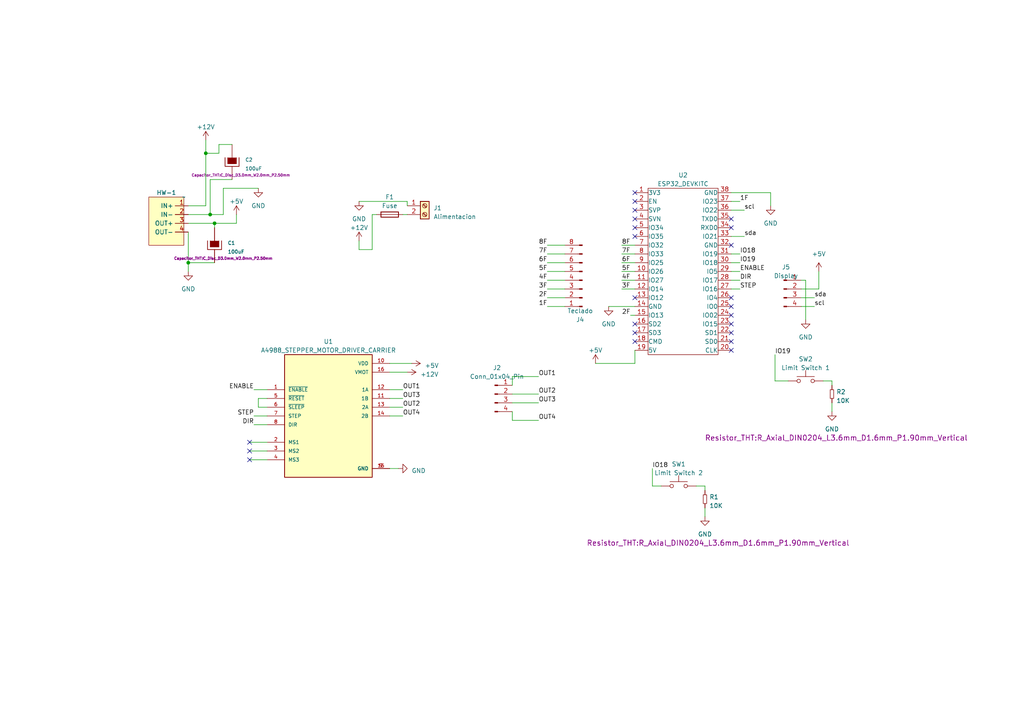
<source format=kicad_sch>
(kicad_sch (version 20230121) (generator eeschema)

  (uuid 1df4d417-643a-4c90-aafa-2868f5ac22c1)

  (paper "A4")

  (lib_symbols
    (symbol "A4988_STEPPER_MOTOR_DRIVER_CARRIER:A4988_STEPPER_MOTOR_DRIVER_CARRIER" (pin_names (offset 1.016)) (in_bom yes) (on_board yes)
      (property "Reference" "U" (at -12.7 19.05 0)
        (effects (font (size 1.27 1.27)) (justify left bottom))
      )
      (property "Value" "A4988_STEPPER_MOTOR_DRIVER_CARRIER" (at -12.7 -21.59 0)
        (effects (font (size 1.27 1.27)) (justify left bottom))
      )
      (property "Footprint" "MODULE_A4988_STEPPER_MOTOR_DRIVER_CARRIER" (at 0 0 0)
        (effects (font (size 1.27 1.27)) (justify left bottom) hide)
      )
      (property "Datasheet" "" (at 0 0 0)
        (effects (font (size 1.27 1.27)) (justify left bottom) hide)
      )
      (property "MF" "Pololu" (at 0 0 0)
        (effects (font (size 1.27 1.27)) (justify left bottom) hide)
      )
      (property "DESCRIPTION" "Stepper motor controler; IC: A4988; 1A; Uin mot: 8÷35V" (at 0 0 0)
        (effects (font (size 1.27 1.27)) (justify left bottom) hide)
      )
      (property "PACKAGE" "None" (at 0 0 0)
        (effects (font (size 1.27 1.27)) (justify left bottom) hide)
      )
      (property "PRICE" "None" (at 0 0 0)
        (effects (font (size 1.27 1.27)) (justify left bottom) hide)
      )
      (property "Package" "None" (at 0 0 0)
        (effects (font (size 1.27 1.27)) (justify left bottom) hide)
      )
      (property "Check_prices" "https://www.snapeda.com/parts/A4988%20STEPPER%20MOTOR%20DRIVER%20CARRIER/Pololu/view-part/?ref=eda" (at 0 0 0)
        (effects (font (size 1.27 1.27)) (justify left bottom) hide)
      )
      (property "Price" "None" (at 0 0 0)
        (effects (font (size 1.27 1.27)) (justify left bottom) hide)
      )
      (property "SnapEDA_Link" "https://www.snapeda.com/parts/A4988%20STEPPER%20MOTOR%20DRIVER%20CARRIER/Pololu/view-part/?ref=snap" (at 0 0 0)
        (effects (font (size 1.27 1.27)) (justify left bottom) hide)
      )
      (property "MP" "A4988 STEPPER MOTOR DRIVER CARRIER" (at 0 0 0)
        (effects (font (size 1.27 1.27)) (justify left bottom) hide)
      )
      (property "Availability" "Not in stock" (at 0 0 0)
        (effects (font (size 1.27 1.27)) (justify left bottom) hide)
      )
      (property "AVAILABILITY" "Unavailable" (at 0 0 0)
        (effects (font (size 1.27 1.27)) (justify left bottom) hide)
      )
      (property "Description" "\\nStepper Motor Driver\\n" (at 0 0 0)
        (effects (font (size 1.27 1.27)) (justify left bottom) hide)
      )
      (property "ki_locked" "" (at 0 0 0)
        (effects (font (size 1.27 1.27)))
      )
      (symbol "A4988_STEPPER_MOTOR_DRIVER_CARRIER_0_0"
        (rectangle (start -12.7 -17.78) (end 12.7 17.78)
          (stroke (width 0.254) (type solid))
          (fill (type background))
        )
        (pin input line (at -17.78 7.62 0) (length 5.08)
          (name "~{ENABLE}" (effects (font (size 1.016 1.016))))
          (number "1" (effects (font (size 1.016 1.016))))
        )
        (pin power_in line (at 17.78 15.24 180) (length 5.08)
          (name "VDD" (effects (font (size 1.016 1.016))))
          (number "10" (effects (font (size 1.016 1.016))))
        )
        (pin output line (at 17.78 5.08 180) (length 5.08)
          (name "1B" (effects (font (size 1.016 1.016))))
          (number "11" (effects (font (size 1.016 1.016))))
        )
        (pin output line (at 17.78 7.62 180) (length 5.08)
          (name "1A" (effects (font (size 1.016 1.016))))
          (number "12" (effects (font (size 1.016 1.016))))
        )
        (pin output line (at 17.78 2.54 180) (length 5.08)
          (name "2A" (effects (font (size 1.016 1.016))))
          (number "13" (effects (font (size 1.016 1.016))))
        )
        (pin output line (at 17.78 0 180) (length 5.08)
          (name "2B" (effects (font (size 1.016 1.016))))
          (number "14" (effects (font (size 1.016 1.016))))
        )
        (pin power_in line (at 17.78 -15.24 180) (length 5.08)
          (name "GND" (effects (font (size 1.016 1.016))))
          (number "15" (effects (font (size 1.016 1.016))))
        )
        (pin power_in line (at 17.78 12.7 180) (length 5.08)
          (name "VMOT" (effects (font (size 1.016 1.016))))
          (number "16" (effects (font (size 1.016 1.016))))
        )
        (pin input line (at -17.78 -7.62 0) (length 5.08)
          (name "MS1" (effects (font (size 1.016 1.016))))
          (number "2" (effects (font (size 1.016 1.016))))
        )
        (pin input line (at -17.78 -10.16 0) (length 5.08)
          (name "MS2" (effects (font (size 1.016 1.016))))
          (number "3" (effects (font (size 1.016 1.016))))
        )
        (pin input line (at -17.78 -12.7 0) (length 5.08)
          (name "MS3" (effects (font (size 1.016 1.016))))
          (number "4" (effects (font (size 1.016 1.016))))
        )
        (pin input line (at -17.78 5.08 0) (length 5.08)
          (name "~{RESET}" (effects (font (size 1.016 1.016))))
          (number "5" (effects (font (size 1.016 1.016))))
        )
        (pin input line (at -17.78 2.54 0) (length 5.08)
          (name "~{SLEEP}" (effects (font (size 1.016 1.016))))
          (number "6" (effects (font (size 1.016 1.016))))
        )
        (pin input line (at -17.78 0 0) (length 5.08)
          (name "STEP" (effects (font (size 1.016 1.016))))
          (number "7" (effects (font (size 1.016 1.016))))
        )
        (pin input line (at -17.78 -2.54 0) (length 5.08)
          (name "DIR" (effects (font (size 1.016 1.016))))
          (number "8" (effects (font (size 1.016 1.016))))
        )
        (pin power_in line (at 17.78 -15.24 180) (length 5.08)
          (name "GND" (effects (font (size 1.016 1.016))))
          (number "9" (effects (font (size 1.016 1.016))))
        )
      )
    )
    (symbol "Connector:Conn_01x04_Pin" (pin_names (offset 1.016) hide) (in_bom yes) (on_board yes)
      (property "Reference" "J" (at 0 5.08 0)
        (effects (font (size 1.27 1.27)))
      )
      (property "Value" "Conn_01x04_Pin" (at 0 -7.62 0)
        (effects (font (size 1.27 1.27)))
      )
      (property "Footprint" "" (at 0 0 0)
        (effects (font (size 1.27 1.27)) hide)
      )
      (property "Datasheet" "~" (at 0 0 0)
        (effects (font (size 1.27 1.27)) hide)
      )
      (property "ki_locked" "" (at 0 0 0)
        (effects (font (size 1.27 1.27)))
      )
      (property "ki_keywords" "connector" (at 0 0 0)
        (effects (font (size 1.27 1.27)) hide)
      )
      (property "ki_description" "Generic connector, single row, 01x04, script generated" (at 0 0 0)
        (effects (font (size 1.27 1.27)) hide)
      )
      (property "ki_fp_filters" "Connector*:*_1x??_*" (at 0 0 0)
        (effects (font (size 1.27 1.27)) hide)
      )
      (symbol "Conn_01x04_Pin_1_1"
        (polyline
          (pts
            (xy 1.27 -5.08)
            (xy 0.8636 -5.08)
          )
          (stroke (width 0.1524) (type default))
          (fill (type none))
        )
        (polyline
          (pts
            (xy 1.27 -2.54)
            (xy 0.8636 -2.54)
          )
          (stroke (width 0.1524) (type default))
          (fill (type none))
        )
        (polyline
          (pts
            (xy 1.27 0)
            (xy 0.8636 0)
          )
          (stroke (width 0.1524) (type default))
          (fill (type none))
        )
        (polyline
          (pts
            (xy 1.27 2.54)
            (xy 0.8636 2.54)
          )
          (stroke (width 0.1524) (type default))
          (fill (type none))
        )
        (rectangle (start 0.8636 -4.953) (end 0 -5.207)
          (stroke (width 0.1524) (type default))
          (fill (type outline))
        )
        (rectangle (start 0.8636 -2.413) (end 0 -2.667)
          (stroke (width 0.1524) (type default))
          (fill (type outline))
        )
        (rectangle (start 0.8636 0.127) (end 0 -0.127)
          (stroke (width 0.1524) (type default))
          (fill (type outline))
        )
        (rectangle (start 0.8636 2.667) (end 0 2.413)
          (stroke (width 0.1524) (type default))
          (fill (type outline))
        )
        (pin passive line (at 5.08 2.54 180) (length 3.81)
          (name "Pin_1" (effects (font (size 1.27 1.27))))
          (number "1" (effects (font (size 1.27 1.27))))
        )
        (pin passive line (at 5.08 0 180) (length 3.81)
          (name "Pin_2" (effects (font (size 1.27 1.27))))
          (number "2" (effects (font (size 1.27 1.27))))
        )
        (pin passive line (at 5.08 -2.54 180) (length 3.81)
          (name "Pin_3" (effects (font (size 1.27 1.27))))
          (number "3" (effects (font (size 1.27 1.27))))
        )
        (pin passive line (at 5.08 -5.08 180) (length 3.81)
          (name "Pin_4" (effects (font (size 1.27 1.27))))
          (number "4" (effects (font (size 1.27 1.27))))
        )
      )
    )
    (symbol "Connector:Conn_01x08_Pin" (pin_names (offset 1.016) hide) (in_bom yes) (on_board yes)
      (property "Reference" "J" (at 0 10.16 0)
        (effects (font (size 1.27 1.27)))
      )
      (property "Value" "Conn_01x08_Pin" (at 0 -12.7 0)
        (effects (font (size 1.27 1.27)))
      )
      (property "Footprint" "" (at 0 0 0)
        (effects (font (size 1.27 1.27)) hide)
      )
      (property "Datasheet" "~" (at 0 0 0)
        (effects (font (size 1.27 1.27)) hide)
      )
      (property "ki_locked" "" (at 0 0 0)
        (effects (font (size 1.27 1.27)))
      )
      (property "ki_keywords" "connector" (at 0 0 0)
        (effects (font (size 1.27 1.27)) hide)
      )
      (property "ki_description" "Generic connector, single row, 01x08, script generated" (at 0 0 0)
        (effects (font (size 1.27 1.27)) hide)
      )
      (property "ki_fp_filters" "Connector*:*_1x??_*" (at 0 0 0)
        (effects (font (size 1.27 1.27)) hide)
      )
      (symbol "Conn_01x08_Pin_1_1"
        (polyline
          (pts
            (xy 1.27 -10.16)
            (xy 0.8636 -10.16)
          )
          (stroke (width 0.1524) (type default))
          (fill (type none))
        )
        (polyline
          (pts
            (xy 1.27 -7.62)
            (xy 0.8636 -7.62)
          )
          (stroke (width 0.1524) (type default))
          (fill (type none))
        )
        (polyline
          (pts
            (xy 1.27 -5.08)
            (xy 0.8636 -5.08)
          )
          (stroke (width 0.1524) (type default))
          (fill (type none))
        )
        (polyline
          (pts
            (xy 1.27 -2.54)
            (xy 0.8636 -2.54)
          )
          (stroke (width 0.1524) (type default))
          (fill (type none))
        )
        (polyline
          (pts
            (xy 1.27 0)
            (xy 0.8636 0)
          )
          (stroke (width 0.1524) (type default))
          (fill (type none))
        )
        (polyline
          (pts
            (xy 1.27 2.54)
            (xy 0.8636 2.54)
          )
          (stroke (width 0.1524) (type default))
          (fill (type none))
        )
        (polyline
          (pts
            (xy 1.27 5.08)
            (xy 0.8636 5.08)
          )
          (stroke (width 0.1524) (type default))
          (fill (type none))
        )
        (polyline
          (pts
            (xy 1.27 7.62)
            (xy 0.8636 7.62)
          )
          (stroke (width 0.1524) (type default))
          (fill (type none))
        )
        (rectangle (start 0.8636 -10.033) (end 0 -10.287)
          (stroke (width 0.1524) (type default))
          (fill (type outline))
        )
        (rectangle (start 0.8636 -7.493) (end 0 -7.747)
          (stroke (width 0.1524) (type default))
          (fill (type outline))
        )
        (rectangle (start 0.8636 -4.953) (end 0 -5.207)
          (stroke (width 0.1524) (type default))
          (fill (type outline))
        )
        (rectangle (start 0.8636 -2.413) (end 0 -2.667)
          (stroke (width 0.1524) (type default))
          (fill (type outline))
        )
        (rectangle (start 0.8636 0.127) (end 0 -0.127)
          (stroke (width 0.1524) (type default))
          (fill (type outline))
        )
        (rectangle (start 0.8636 2.667) (end 0 2.413)
          (stroke (width 0.1524) (type default))
          (fill (type outline))
        )
        (rectangle (start 0.8636 5.207) (end 0 4.953)
          (stroke (width 0.1524) (type default))
          (fill (type outline))
        )
        (rectangle (start 0.8636 7.747) (end 0 7.493)
          (stroke (width 0.1524) (type default))
          (fill (type outline))
        )
        (pin passive line (at 5.08 7.62 180) (length 3.81)
          (name "Pin_1" (effects (font (size 1.27 1.27))))
          (number "1" (effects (font (size 1.27 1.27))))
        )
        (pin passive line (at 5.08 5.08 180) (length 3.81)
          (name "Pin_2" (effects (font (size 1.27 1.27))))
          (number "2" (effects (font (size 1.27 1.27))))
        )
        (pin passive line (at 5.08 2.54 180) (length 3.81)
          (name "Pin_3" (effects (font (size 1.27 1.27))))
          (number "3" (effects (font (size 1.27 1.27))))
        )
        (pin passive line (at 5.08 0 180) (length 3.81)
          (name "Pin_4" (effects (font (size 1.27 1.27))))
          (number "4" (effects (font (size 1.27 1.27))))
        )
        (pin passive line (at 5.08 -2.54 180) (length 3.81)
          (name "Pin_5" (effects (font (size 1.27 1.27))))
          (number "5" (effects (font (size 1.27 1.27))))
        )
        (pin passive line (at 5.08 -5.08 180) (length 3.81)
          (name "Pin_6" (effects (font (size 1.27 1.27))))
          (number "6" (effects (font (size 1.27 1.27))))
        )
        (pin passive line (at 5.08 -7.62 180) (length 3.81)
          (name "Pin_7" (effects (font (size 1.27 1.27))))
          (number "7" (effects (font (size 1.27 1.27))))
        )
        (pin passive line (at 5.08 -10.16 180) (length 3.81)
          (name "Pin_8" (effects (font (size 1.27 1.27))))
          (number "8" (effects (font (size 1.27 1.27))))
        )
      )
    )
    (symbol "Connector:Screw_Terminal_01x02" (pin_names (offset 1.016) hide) (in_bom yes) (on_board yes)
      (property "Reference" "J" (at 0 2.54 0)
        (effects (font (size 1.27 1.27)))
      )
      (property "Value" "Screw_Terminal_01x02" (at 0 -5.08 0)
        (effects (font (size 1.27 1.27)))
      )
      (property "Footprint" "" (at 0 0 0)
        (effects (font (size 1.27 1.27)) hide)
      )
      (property "Datasheet" "~" (at 0 0 0)
        (effects (font (size 1.27 1.27)) hide)
      )
      (property "ki_keywords" "screw terminal" (at 0 0 0)
        (effects (font (size 1.27 1.27)) hide)
      )
      (property "ki_description" "Generic screw terminal, single row, 01x02, script generated (kicad-library-utils/schlib/autogen/connector/)" (at 0 0 0)
        (effects (font (size 1.27 1.27)) hide)
      )
      (property "ki_fp_filters" "TerminalBlock*:*" (at 0 0 0)
        (effects (font (size 1.27 1.27)) hide)
      )
      (symbol "Screw_Terminal_01x02_1_1"
        (rectangle (start -1.27 1.27) (end 1.27 -3.81)
          (stroke (width 0.254) (type default))
          (fill (type background))
        )
        (circle (center 0 -2.54) (radius 0.635)
          (stroke (width 0.1524) (type default))
          (fill (type none))
        )
        (polyline
          (pts
            (xy -0.5334 -2.2098)
            (xy 0.3302 -3.048)
          )
          (stroke (width 0.1524) (type default))
          (fill (type none))
        )
        (polyline
          (pts
            (xy -0.5334 0.3302)
            (xy 0.3302 -0.508)
          )
          (stroke (width 0.1524) (type default))
          (fill (type none))
        )
        (polyline
          (pts
            (xy -0.3556 -2.032)
            (xy 0.508 -2.8702)
          )
          (stroke (width 0.1524) (type default))
          (fill (type none))
        )
        (polyline
          (pts
            (xy -0.3556 0.508)
            (xy 0.508 -0.3302)
          )
          (stroke (width 0.1524) (type default))
          (fill (type none))
        )
        (circle (center 0 0) (radius 0.635)
          (stroke (width 0.1524) (type default))
          (fill (type none))
        )
        (pin passive line (at -5.08 0 0) (length 3.81)
          (name "Pin_1" (effects (font (size 1.27 1.27))))
          (number "1" (effects (font (size 1.27 1.27))))
        )
        (pin passive line (at -5.08 -2.54 0) (length 3.81)
          (name "Pin_2" (effects (font (size 1.27 1.27))))
          (number "2" (effects (font (size 1.27 1.27))))
        )
      )
    )
    (symbol "Device:Fuse" (pin_numbers hide) (pin_names (offset 0)) (in_bom yes) (on_board yes)
      (property "Reference" "F" (at 2.032 0 90)
        (effects (font (size 1.27 1.27)))
      )
      (property "Value" "Fuse" (at -1.905 0 90)
        (effects (font (size 1.27 1.27)))
      )
      (property "Footprint" "" (at -1.778 0 90)
        (effects (font (size 1.27 1.27)) hide)
      )
      (property "Datasheet" "~" (at 0 0 0)
        (effects (font (size 1.27 1.27)) hide)
      )
      (property "ki_keywords" "fuse" (at 0 0 0)
        (effects (font (size 1.27 1.27)) hide)
      )
      (property "ki_description" "Fuse" (at 0 0 0)
        (effects (font (size 1.27 1.27)) hide)
      )
      (property "ki_fp_filters" "*Fuse*" (at 0 0 0)
        (effects (font (size 1.27 1.27)) hide)
      )
      (symbol "Fuse_0_1"
        (rectangle (start -0.762 -2.54) (end 0.762 2.54)
          (stroke (width 0.254) (type default))
          (fill (type none))
        )
        (polyline
          (pts
            (xy 0 2.54)
            (xy 0 -2.54)
          )
          (stroke (width 0) (type default))
          (fill (type none))
        )
      )
      (symbol "Fuse_1_1"
        (pin passive line (at 0 3.81 270) (length 1.27)
          (name "~" (effects (font (size 1.27 1.27))))
          (number "1" (effects (font (size 1.27 1.27))))
        )
        (pin passive line (at 0 -3.81 90) (length 1.27)
          (name "~" (effects (font (size 1.27 1.27))))
          (number "2" (effects (font (size 1.27 1.27))))
        )
      )
    )
    (symbol "EESTN5:CAPAPOL" (pin_numbers hide) (pin_names (offset 0.254) hide) (in_bom yes) (on_board yes)
      (property "Reference" "C" (at 1.27 2.54 0)
        (effects (font (size 1.016 1.016)) (justify left))
      )
      (property "Value" "CAPAPOL" (at 1.27 -2.54 0)
        (effects (font (size 1.016 1.016)) (justify left))
      )
      (property "Footprint" "" (at 2.54 -3.81 0)
        (effects (font (size 0.762 0.762)))
      )
      (property "Datasheet" "" (at 0 0 0)
        (effects (font (size 7.62 7.62)))
      )
      (property "ki_fp_filters" "CP* CAP* CPOL*" (at 0 0 0)
        (effects (font (size 1.27 1.27)) hide)
      )
      (symbol "CAPAPOL_0_1"
        (polyline
          (pts
            (xy -2.032 1.27)
            (xy -2.032 -1.27)
            (xy 2.032 -1.27)
            (xy 2.032 1.27)
          )
          (stroke (width 0.2032) (type default))
          (fill (type none))
        )
        (polyline
          (pts
            (xy -1.27 1.27)
            (xy -1.27 -0.508)
            (xy 1.27 -0.508)
            (xy 1.27 1.27)
          )
          (stroke (width 0) (type default))
          (fill (type outline))
        )
      )
      (symbol "CAPAPOL_1_1"
        (pin passive line (at 0 5.08 270) (length 3.81)
          (name "~" (effects (font (size 1.016 1.016))))
          (number "1" (effects (font (size 1.016 1.016))))
        )
        (pin passive line (at 0 -5.08 90) (length 3.81)
          (name "~" (effects (font (size 1.016 1.016))))
          (number "2" (effects (font (size 1.016 1.016))))
        )
      )
    )
    (symbol "EESTN5:ESP32_DEVKITC" (pin_names (offset 0.0254)) (in_bom yes) (on_board yes)
      (property "Reference" "U" (at 0 25.4 0)
        (effects (font (size 1.27 1.27)))
      )
      (property "Value" "ESP32_DEVKITC" (at 0 -25.4 0)
        (effects (font (size 1.27 1.27)))
      )
      (property "Footprint" "" (at -7.62 -25.4 0)
        (effects (font (size 1.27 1.27)) hide)
      )
      (property "Datasheet" "" (at -7.62 -25.4 0)
        (effects (font (size 1.27 1.27)) hide)
      )
      (property "ki_description" "ESP32-DEVKITC" (at 0 0 0)
        (effects (font (size 1.27 1.27)) hide)
      )
      (property "ki_fp_filters" "ESP32*" (at 0 0 0)
        (effects (font (size 1.27 1.27)) hide)
      )
      (symbol "ESP32_DEVKITC_0_1"
        (rectangle (start -10.16 24.13) (end 10.16 -24.13)
          (stroke (width 0) (type default))
          (fill (type none))
        )
      )
      (symbol "ESP32_DEVKITC_1_1"
        (pin passive line (at -13.97 22.86 0) (length 3.81)
          (name "3V3" (effects (font (size 1.27 1.27))))
          (number "1" (effects (font (size 1.27 1.27))))
        )
        (pin passive line (at -13.97 0 0) (length 3.81)
          (name "IO26" (effects (font (size 1.27 1.27))))
          (number "10" (effects (font (size 1.27 1.27))))
        )
        (pin passive line (at -13.97 -2.54 0) (length 3.81)
          (name "IO27" (effects (font (size 1.27 1.27))))
          (number "11" (effects (font (size 1.27 1.27))))
        )
        (pin passive line (at -13.97 -5.08 0) (length 3.81)
          (name "IO14" (effects (font (size 1.27 1.27))))
          (number "12" (effects (font (size 1.27 1.27))))
        )
        (pin passive line (at -13.97 -7.62 0) (length 3.81)
          (name "IO12" (effects (font (size 1.27 1.27))))
          (number "13" (effects (font (size 1.27 1.27))))
        )
        (pin passive line (at -13.97 -10.16 0) (length 3.81)
          (name "GND" (effects (font (size 1.27 1.27))))
          (number "14" (effects (font (size 1.27 1.27))))
        )
        (pin passive line (at -13.97 -12.7 0) (length 3.81)
          (name "IO13" (effects (font (size 1.27 1.27))))
          (number "15" (effects (font (size 1.27 1.27))))
        )
        (pin passive line (at -13.97 -15.24 0) (length 3.81)
          (name "SD2" (effects (font (size 1.27 1.27))))
          (number "16" (effects (font (size 1.27 1.27))))
        )
        (pin passive line (at -13.97 -17.78 0) (length 3.81)
          (name "SD3" (effects (font (size 1.27 1.27))))
          (number "17" (effects (font (size 1.27 1.27))))
        )
        (pin passive line (at -13.97 -20.32 0) (length 3.81)
          (name "CMD" (effects (font (size 1.27 1.27))))
          (number "18" (effects (font (size 1.27 1.27))))
        )
        (pin passive line (at -13.97 -22.86 0) (length 3.81)
          (name "5V" (effects (font (size 1.27 1.27))))
          (number "19" (effects (font (size 1.27 1.27))))
        )
        (pin passive line (at -13.97 20.32 0) (length 3.81)
          (name "EN" (effects (font (size 1.27 1.27))))
          (number "2" (effects (font (size 1.27 1.27))))
        )
        (pin passive line (at 13.97 -22.86 180) (length 3.81)
          (name "CLK" (effects (font (size 1.27 1.27))))
          (number "20" (effects (font (size 1.27 1.27))))
        )
        (pin passive line (at 13.97 -20.32 180) (length 3.81)
          (name "SD0" (effects (font (size 1.27 1.27))))
          (number "21" (effects (font (size 1.27 1.27))))
        )
        (pin passive line (at 13.97 -17.78 180) (length 3.81)
          (name "SD1" (effects (font (size 1.27 1.27))))
          (number "22" (effects (font (size 1.27 1.27))))
        )
        (pin passive line (at 13.97 -15.24 180) (length 3.81)
          (name "IO15" (effects (font (size 1.27 1.27))))
          (number "23" (effects (font (size 1.27 1.27))))
        )
        (pin passive line (at 13.97 -12.7 180) (length 3.81)
          (name "IO02" (effects (font (size 1.27 1.27))))
          (number "24" (effects (font (size 1.27 1.27))))
        )
        (pin passive line (at 13.97 -10.16 180) (length 3.81)
          (name "IO0" (effects (font (size 1.27 1.27))))
          (number "25" (effects (font (size 1.27 1.27))))
        )
        (pin passive line (at 13.97 -7.62 180) (length 3.81)
          (name "IO4" (effects (font (size 1.27 1.27))))
          (number "26" (effects (font (size 1.27 1.27))))
        )
        (pin passive line (at 13.97 -5.08 180) (length 3.81)
          (name "IO16" (effects (font (size 1.27 1.27))))
          (number "27" (effects (font (size 1.27 1.27))))
        )
        (pin passive line (at 13.97 -2.54 180) (length 3.81)
          (name "IO17" (effects (font (size 1.27 1.27))))
          (number "28" (effects (font (size 1.27 1.27))))
        )
        (pin passive line (at 13.97 0 180) (length 3.81)
          (name "IO5" (effects (font (size 1.27 1.27))))
          (number "29" (effects (font (size 1.27 1.27))))
        )
        (pin passive line (at -13.97 17.78 0) (length 3.81)
          (name "SVP" (effects (font (size 1.27 1.27))))
          (number "3" (effects (font (size 1.27 1.27))))
        )
        (pin passive line (at 13.97 2.54 180) (length 3.81)
          (name "IO18" (effects (font (size 1.27 1.27))))
          (number "30" (effects (font (size 1.27 1.27))))
        )
        (pin passive line (at 13.97 5.08 180) (length 3.81)
          (name "IO19" (effects (font (size 1.27 1.27))))
          (number "31" (effects (font (size 1.27 1.27))))
        )
        (pin passive line (at 13.97 7.62 180) (length 3.81)
          (name "GND" (effects (font (size 1.27 1.27))))
          (number "32" (effects (font (size 1.27 1.27))))
        )
        (pin passive line (at 13.97 10.16 180) (length 3.81)
          (name "IO21" (effects (font (size 1.27 1.27))))
          (number "33" (effects (font (size 1.27 1.27))))
        )
        (pin passive line (at 13.97 12.7 180) (length 3.81)
          (name "RXD0" (effects (font (size 1.27 1.27))))
          (number "34" (effects (font (size 1.27 1.27))))
        )
        (pin passive line (at 13.97 15.24 180) (length 3.81)
          (name "TXD0" (effects (font (size 1.27 1.27))))
          (number "35" (effects (font (size 1.27 1.27))))
        )
        (pin passive line (at 13.97 17.78 180) (length 3.81)
          (name "IO22" (effects (font (size 1.27 1.27))))
          (number "36" (effects (font (size 1.27 1.27))))
        )
        (pin passive line (at 13.97 20.32 180) (length 3.81)
          (name "IO23" (effects (font (size 1.27 1.27))))
          (number "37" (effects (font (size 1.27 1.27))))
        )
        (pin passive line (at 13.97 22.86 180) (length 3.81)
          (name "GND" (effects (font (size 1.27 1.27))))
          (number "38" (effects (font (size 1.27 1.27))))
        )
        (pin passive line (at -13.97 15.24 0) (length 3.81)
          (name "SVN" (effects (font (size 1.27 1.27))))
          (number "4" (effects (font (size 1.27 1.27))))
        )
        (pin passive line (at -13.97 12.7 0) (length 3.81)
          (name "IO34" (effects (font (size 1.27 1.27))))
          (number "5" (effects (font (size 1.27 1.27))))
        )
        (pin passive line (at -13.97 10.16 0) (length 3.81)
          (name "IO35" (effects (font (size 1.27 1.27))))
          (number "6" (effects (font (size 1.27 1.27))))
        )
        (pin passive line (at -13.97 7.62 0) (length 3.81)
          (name "IO32" (effects (font (size 1.27 1.27))))
          (number "7" (effects (font (size 1.27 1.27))))
        )
        (pin passive line (at -13.97 5.08 0) (length 3.81)
          (name "IO33" (effects (font (size 1.27 1.27))))
          (number "8" (effects (font (size 1.27 1.27))))
        )
        (pin passive line (at -13.97 2.54 0) (length 3.81)
          (name "IO25" (effects (font (size 1.27 1.27))))
          (number "9" (effects (font (size 1.27 1.27))))
        )
      )
    )
    (symbol "EESTN5:R" (pin_numbers hide) (pin_names (offset 0)) (in_bom yes) (on_board yes)
      (property "Reference" "R" (at -1.27 0 90)
        (effects (font (size 1.27 1.27)))
      )
      (property "Value" "R" (at 1.27 0 90)
        (effects (font (size 1.27 1.27)))
      )
      (property "Footprint" "" (at 0 0 0)
        (effects (font (size 1.524 1.524)))
      )
      (property "Datasheet" "" (at 0 0 0)
        (effects (font (size 1.524 1.524)))
      )
      (property "ki_description" "Resistor" (at 0 0 0)
        (effects (font (size 1.27 1.27)) hide)
      )
      (property "ki_fp_filters" "RES* R_*" (at 0 0 0)
        (effects (font (size 1.27 1.27)) hide)
      )
      (symbol "R_0_1"
        (rectangle (start 0.508 1.27) (end -0.508 -1.27)
          (stroke (width 0) (type default))
          (fill (type none))
        )
      )
      (symbol "R_1_1"
        (pin passive line (at 0 2.54 270) (length 1.27)
          (name "~" (effects (font (size 1.524 1.524))))
          (number "1" (effects (font (size 1.524 1.524))))
        )
        (pin passive line (at 0 -2.54 90) (length 1.27)
          (name "~" (effects (font (size 1.524 1.524))))
          (number "2" (effects (font (size 1.524 1.524))))
        )
      )
    )
    (symbol "Switch:SW_Push" (pin_numbers hide) (pin_names (offset 1.016) hide) (in_bom yes) (on_board yes)
      (property "Reference" "SW" (at 1.27 2.54 0)
        (effects (font (size 1.27 1.27)) (justify left))
      )
      (property "Value" "SW_Push" (at 0 -1.524 0)
        (effects (font (size 1.27 1.27)))
      )
      (property "Footprint" "" (at 0 5.08 0)
        (effects (font (size 1.27 1.27)) hide)
      )
      (property "Datasheet" "~" (at 0 5.08 0)
        (effects (font (size 1.27 1.27)) hide)
      )
      (property "ki_keywords" "switch normally-open pushbutton push-button" (at 0 0 0)
        (effects (font (size 1.27 1.27)) hide)
      )
      (property "ki_description" "Push button switch, generic, two pins" (at 0 0 0)
        (effects (font (size 1.27 1.27)) hide)
      )
      (symbol "SW_Push_0_1"
        (circle (center -2.032 0) (radius 0.508)
          (stroke (width 0) (type default))
          (fill (type none))
        )
        (polyline
          (pts
            (xy 0 1.27)
            (xy 0 3.048)
          )
          (stroke (width 0) (type default))
          (fill (type none))
        )
        (polyline
          (pts
            (xy 2.54 1.27)
            (xy -2.54 1.27)
          )
          (stroke (width 0) (type default))
          (fill (type none))
        )
        (circle (center 2.032 0) (radius 0.508)
          (stroke (width 0) (type default))
          (fill (type none))
        )
        (pin passive line (at -5.08 0 0) (length 2.54)
          (name "1" (effects (font (size 1.27 1.27))))
          (number "1" (effects (font (size 1.27 1.27))))
        )
        (pin passive line (at 5.08 0 180) (length 2.54)
          (name "2" (effects (font (size 1.27 1.27))))
          (number "2" (effects (font (size 1.27 1.27))))
        )
      )
    )
    (symbol "alimentacion interna:HW-432" (in_bom yes) (on_board yes)
      (property "Reference" "U" (at 0 0 0)
        (effects (font (size 1.27 1.27)))
      )
      (property "Value" "" (at 0 0 0)
        (effects (font (size 1.27 1.27)))
      )
      (property "Footprint" "" (at 0 0 0)
        (effects (font (size 1.27 1.27)) hide)
      )
      (property "Datasheet" "" (at 0 0 0)
        (effects (font (size 1.27 1.27)) hide)
      )
      (symbol "HW-432_1_1"
        (rectangle (start -10.16 0) (end 0 -13.97)
          (stroke (width 0) (type default))
          (fill (type background))
        )
        (pin passive line (at 1.27 -2.54 180) (length 3.81)
          (name "IN+" (effects (font (size 1.27 1.27))))
          (number "1" (effects (font (size 1.27 1.27))))
        )
        (pin passive line (at 1.27 -5.08 180) (length 3.81)
          (name "IN-" (effects (font (size 1.27 1.27))))
          (number "2" (effects (font (size 1.27 1.27))))
        )
        (pin passive line (at 1.27 -7.62 180) (length 3.81)
          (name "OUT+" (effects (font (size 1.27 1.27))))
          (number "3" (effects (font (size 1.27 1.27))))
        )
        (pin passive line (at 1.27 -10.16 180) (length 3.81)
          (name "OUT-" (effects (font (size 1.27 1.27))))
          (number "4" (effects (font (size 1.27 1.27))))
        )
      )
    )
    (symbol "power:+12V" (power) (pin_names (offset 0)) (in_bom yes) (on_board yes)
      (property "Reference" "#PWR" (at 0 -3.81 0)
        (effects (font (size 1.27 1.27)) hide)
      )
      (property "Value" "+12V" (at 0 3.556 0)
        (effects (font (size 1.27 1.27)))
      )
      (property "Footprint" "" (at 0 0 0)
        (effects (font (size 1.27 1.27)) hide)
      )
      (property "Datasheet" "" (at 0 0 0)
        (effects (font (size 1.27 1.27)) hide)
      )
      (property "ki_keywords" "global power" (at 0 0 0)
        (effects (font (size 1.27 1.27)) hide)
      )
      (property "ki_description" "Power symbol creates a global label with name \"+12V\"" (at 0 0 0)
        (effects (font (size 1.27 1.27)) hide)
      )
      (symbol "+12V_0_1"
        (polyline
          (pts
            (xy -0.762 1.27)
            (xy 0 2.54)
          )
          (stroke (width 0) (type default))
          (fill (type none))
        )
        (polyline
          (pts
            (xy 0 0)
            (xy 0 2.54)
          )
          (stroke (width 0) (type default))
          (fill (type none))
        )
        (polyline
          (pts
            (xy 0 2.54)
            (xy 0.762 1.27)
          )
          (stroke (width 0) (type default))
          (fill (type none))
        )
      )
      (symbol "+12V_1_1"
        (pin power_in line (at 0 0 90) (length 0) hide
          (name "+12V" (effects (font (size 1.27 1.27))))
          (number "1" (effects (font (size 1.27 1.27))))
        )
      )
    )
    (symbol "power:+5V" (power) (pin_names (offset 0)) (in_bom yes) (on_board yes)
      (property "Reference" "#PWR" (at 0 -3.81 0)
        (effects (font (size 1.27 1.27)) hide)
      )
      (property "Value" "+5V" (at 0 3.556 0)
        (effects (font (size 1.27 1.27)))
      )
      (property "Footprint" "" (at 0 0 0)
        (effects (font (size 1.27 1.27)) hide)
      )
      (property "Datasheet" "" (at 0 0 0)
        (effects (font (size 1.27 1.27)) hide)
      )
      (property "ki_keywords" "global power" (at 0 0 0)
        (effects (font (size 1.27 1.27)) hide)
      )
      (property "ki_description" "Power symbol creates a global label with name \"+5V\"" (at 0 0 0)
        (effects (font (size 1.27 1.27)) hide)
      )
      (symbol "+5V_0_1"
        (polyline
          (pts
            (xy -0.762 1.27)
            (xy 0 2.54)
          )
          (stroke (width 0) (type default))
          (fill (type none))
        )
        (polyline
          (pts
            (xy 0 0)
            (xy 0 2.54)
          )
          (stroke (width 0) (type default))
          (fill (type none))
        )
        (polyline
          (pts
            (xy 0 2.54)
            (xy 0.762 1.27)
          )
          (stroke (width 0) (type default))
          (fill (type none))
        )
      )
      (symbol "+5V_1_1"
        (pin power_in line (at 0 0 90) (length 0) hide
          (name "+5V" (effects (font (size 1.27 1.27))))
          (number "1" (effects (font (size 1.27 1.27))))
        )
      )
    )
    (symbol "power:GND" (power) (pin_names (offset 0)) (in_bom yes) (on_board yes)
      (property "Reference" "#PWR" (at 0 -6.35 0)
        (effects (font (size 1.27 1.27)) hide)
      )
      (property "Value" "GND" (at 0 -3.81 0)
        (effects (font (size 1.27 1.27)))
      )
      (property "Footprint" "" (at 0 0 0)
        (effects (font (size 1.27 1.27)) hide)
      )
      (property "Datasheet" "" (at 0 0 0)
        (effects (font (size 1.27 1.27)) hide)
      )
      (property "ki_keywords" "global power" (at 0 0 0)
        (effects (font (size 1.27 1.27)) hide)
      )
      (property "ki_description" "Power symbol creates a global label with name \"GND\" , ground" (at 0 0 0)
        (effects (font (size 1.27 1.27)) hide)
      )
      (symbol "GND_0_1"
        (polyline
          (pts
            (xy 0 0)
            (xy 0 -1.27)
            (xy 1.27 -1.27)
            (xy 0 -2.54)
            (xy -1.27 -1.27)
            (xy 0 -1.27)
          )
          (stroke (width 0) (type default))
          (fill (type none))
        )
      )
      (symbol "GND_1_1"
        (pin power_in line (at 0 0 270) (length 0) hide
          (name "GND" (effects (font (size 1.27 1.27))))
          (number "1" (effects (font (size 1.27 1.27))))
        )
      )
    )
  )

  (junction (at 59.69 44.45) (diameter 0) (color 0 0 0 0)
    (uuid 2f91619c-910e-4223-9e3a-1dd27a5240bd)
  )
  (junction (at 60.96 62.23) (diameter 0) (color 0 0 0 0)
    (uuid a5de069d-f30a-4db0-8bec-c44afbdae1ea)
  )
  (junction (at 54.61 76.2) (diameter 0) (color 0 0 0 0)
    (uuid d92fc622-8f9c-4c79-a716-0e86a61296e3)
  )
  (junction (at 62.23 64.77) (diameter 0) (color 0 0 0 0)
    (uuid e358bfa4-91f7-4678-81c1-dcca7f21a52d)
  )

  (no_connect (at 184.15 60.96) (uuid 07fd1a60-a643-48c5-8283-f3218f973c8b))
  (no_connect (at 212.09 63.5) (uuid 0c709327-2581-45c6-a2ef-1c71e4365a6e))
  (no_connect (at 184.15 99.06) (uuid 15aca63f-bcae-402e-9ca0-deb05d53dd77))
  (no_connect (at 184.15 63.5) (uuid 1848e751-93ea-4f8b-a870-2dc0b39a281c))
  (no_connect (at 72.39 128.27) (uuid 29e0811b-8b5f-4bbe-b606-a1632100caaa))
  (no_connect (at 184.15 55.88) (uuid 29e5f207-438b-4f55-9aa7-a34a4d025031))
  (no_connect (at 212.09 71.12) (uuid 2c31ca46-5046-4330-9f93-bce4a9a1dd25))
  (no_connect (at 212.09 101.6) (uuid 42d1c35d-3aec-4dcc-9c85-ffcf89d7437c))
  (no_connect (at 184.15 68.58) (uuid 4d4f8918-1dba-474a-a930-d2f394755e24))
  (no_connect (at 184.15 66.04) (uuid 55db8480-dba7-419f-ac0a-b2f3d91e24e1))
  (no_connect (at 184.15 58.42) (uuid 733003d2-cd08-488e-90de-f1ed53241d44))
  (no_connect (at 212.09 88.9) (uuid 75d01010-689f-4921-8ab4-fd6e8abed626))
  (no_connect (at 212.09 99.06) (uuid 7a142079-352b-4608-b00e-a5dfe851fef8))
  (no_connect (at 212.09 91.44) (uuid 8225f2be-f07a-4f9d-8a31-f20a23c5d424))
  (no_connect (at 212.09 96.52) (uuid 8c17bfe5-65d6-4137-9e2f-6aeef1a6e349))
  (no_connect (at 72.39 130.81) (uuid 9cdce0be-4d37-4273-936b-681ecff80cb4))
  (no_connect (at 212.09 93.98) (uuid aa826243-9958-4126-ae70-33cbee6d6ee3))
  (no_connect (at 212.09 86.36) (uuid ac37acd7-9902-4f61-90a9-0cabc11304ad))
  (no_connect (at 184.15 86.36) (uuid c3dd9afd-9a57-4b89-b1a2-d3d62080dbb3))
  (no_connect (at 184.15 96.52) (uuid c8b1da08-bebf-4bd9-91ac-2d03a709358c))
  (no_connect (at 212.09 66.04) (uuid cdd98957-0937-4172-9745-e3a6832f4223))
  (no_connect (at 72.39 133.35) (uuid da76fcf7-af14-42c0-b649-cba7be616077))
  (no_connect (at 184.15 93.98) (uuid db5d2e6b-a07d-43df-8a04-8e310715f185))

  (wire (pts (xy 212.09 81.28) (xy 214.63 81.28))
    (stroke (width 0) (type default))
    (uuid 02c89d03-cd8d-4f60-af73-2e5f484da649)
  )
  (wire (pts (xy 54.61 67.31) (xy 54.61 76.2))
    (stroke (width 0) (type default))
    (uuid 05279716-6859-4682-a5f1-350bf481b74f)
  )
  (wire (pts (xy 54.61 62.23) (xy 60.96 62.23))
    (stroke (width 0) (type default))
    (uuid 069d47df-a65f-45f0-a31b-54f36f3d4a2a)
  )
  (wire (pts (xy 189.23 135.89) (xy 189.23 140.97))
    (stroke (width 0) (type default))
    (uuid 0711ec70-1866-4f18-9ac1-25d59fdbd1b2)
  )
  (wire (pts (xy 232.41 88.9) (xy 236.22 88.9))
    (stroke (width 0) (type default))
    (uuid 0761d9d6-f41c-4a0c-b7b0-2f79fe53d565)
  )
  (wire (pts (xy 241.3 116.84) (xy 241.3 119.38))
    (stroke (width 0) (type default))
    (uuid 08317cad-2176-4e6c-a87c-5033d967ac89)
  )
  (wire (pts (xy 212.09 58.42) (xy 214.63 58.42))
    (stroke (width 0) (type default))
    (uuid 08e3b963-34e2-450d-af9d-ae5e27a14e65)
  )
  (wire (pts (xy 180.34 83.82) (xy 184.15 83.82))
    (stroke (width 0) (type default))
    (uuid 0da127ca-cffb-4ebd-a399-c9107bc9b192)
  )
  (wire (pts (xy 74.93 115.57) (xy 77.47 115.57))
    (stroke (width 0) (type default))
    (uuid 106400df-2e70-4002-bd7e-c659475ca122)
  )
  (wire (pts (xy 176.53 88.9) (xy 184.15 88.9))
    (stroke (width 0) (type default))
    (uuid 1099e3d1-893c-455b-81ad-d0cc0db3064c)
  )
  (wire (pts (xy 64.77 62.23) (xy 60.96 62.23))
    (stroke (width 0) (type default))
    (uuid 1147d5ac-b198-45f8-8daa-da6bc9cc3047)
  )
  (wire (pts (xy 72.39 133.35) (xy 77.47 133.35))
    (stroke (width 0) (type default))
    (uuid 12782960-4d8a-440e-886b-76dc373ea8cc)
  )
  (wire (pts (xy 212.09 78.74) (xy 214.63 78.74))
    (stroke (width 0) (type default))
    (uuid 1390bdb0-9471-4cdf-bcb1-e5cc557db953)
  )
  (wire (pts (xy 182.88 91.44) (xy 184.15 91.44))
    (stroke (width 0) (type default))
    (uuid 17140c14-2d1b-46a0-a227-1fd7093260cf)
  )
  (wire (pts (xy 180.34 81.28) (xy 184.15 81.28))
    (stroke (width 0) (type default))
    (uuid 1a179df0-60a9-4586-92bc-8761a2943282)
  )
  (wire (pts (xy 223.52 55.88) (xy 223.52 59.69))
    (stroke (width 0) (type default))
    (uuid 206a0a27-6a58-4998-bf06-e41c2b620b46)
  )
  (wire (pts (xy 163.83 86.36) (xy 158.75 86.36))
    (stroke (width 0) (type default))
    (uuid 2453b1bf-358c-4908-84bb-d67950106dca)
  )
  (wire (pts (xy 109.22 62.23) (xy 107.95 62.23))
    (stroke (width 0) (type default))
    (uuid 24b93810-3d77-4cb3-870b-b5558216456c)
  )
  (wire (pts (xy 54.61 64.77) (xy 62.23 64.77))
    (stroke (width 0) (type default))
    (uuid 284f68fc-5ee9-4c27-9d59-6deba3f0bdcc)
  )
  (wire (pts (xy 191.77 140.97) (xy 189.23 140.97))
    (stroke (width 0) (type default))
    (uuid 2b851258-0b44-4419-b0cf-2db7ced74413)
  )
  (wire (pts (xy 54.61 76.2) (xy 54.61 78.74))
    (stroke (width 0) (type default))
    (uuid 2e8c244d-7fee-46b2-8e02-dba0dca3f30a)
  )
  (wire (pts (xy 73.66 120.65) (xy 77.47 120.65))
    (stroke (width 0) (type default))
    (uuid 2ec88933-cc2f-4243-ad90-239df14beefe)
  )
  (wire (pts (xy 113.03 115.57) (xy 116.84 115.57))
    (stroke (width 0) (type default))
    (uuid 2ecf210e-9e34-4c18-8274-398627694b6f)
  )
  (wire (pts (xy 73.66 113.03) (xy 77.47 113.03))
    (stroke (width 0) (type default))
    (uuid 32d551f7-446f-4670-b664-6ffdbfd31e81)
  )
  (wire (pts (xy 163.83 78.74) (xy 158.75 78.74))
    (stroke (width 0) (type default))
    (uuid 35584bd6-46e6-4a5c-bbec-eb9081c94885)
  )
  (wire (pts (xy 214.63 83.82) (xy 212.09 83.82))
    (stroke (width 0) (type default))
    (uuid 3702e4f3-bc28-43b1-ac5d-5c6644f38cba)
  )
  (wire (pts (xy 212.09 73.66) (xy 214.63 73.66))
    (stroke (width 0) (type default))
    (uuid 3d80f2a2-d3b0-4535-a43c-38db31a52ab6)
  )
  (wire (pts (xy 59.69 40.64) (xy 59.69 44.45))
    (stroke (width 0) (type default))
    (uuid 435f6572-089b-4a07-b985-76d39c285436)
  )
  (wire (pts (xy 163.83 76.2) (xy 158.75 76.2))
    (stroke (width 0) (type default))
    (uuid 48cd45a1-a27a-4b8e-b571-4e1640ec8810)
  )
  (wire (pts (xy 63.5 44.45) (xy 59.69 44.45))
    (stroke (width 0) (type default))
    (uuid 4c969fcd-0a59-466d-bff9-5f95fdf8dac5)
  )
  (wire (pts (xy 104.14 58.42) (xy 118.11 58.42))
    (stroke (width 0) (type default))
    (uuid 51390c47-a6fa-48d4-acdf-b845264b9edf)
  )
  (wire (pts (xy 212.09 60.96) (xy 215.9 60.96))
    (stroke (width 0) (type default))
    (uuid 5221e4b0-eee4-48a0-a565-b4389a03cc3d)
  )
  (wire (pts (xy 107.95 62.23) (xy 107.95 72.39))
    (stroke (width 0) (type default))
    (uuid 52c26340-1392-4fc7-905e-98992ee91ce0)
  )
  (wire (pts (xy 237.49 83.82) (xy 232.41 83.82))
    (stroke (width 0) (type default))
    (uuid 56c32f88-95d6-437f-a95e-f7082d8efe83)
  )
  (wire (pts (xy 228.6 110.49) (xy 224.79 110.49))
    (stroke (width 0) (type default))
    (uuid 5836a66b-31ab-4dc8-8e50-c9792391529e)
  )
  (wire (pts (xy 113.03 105.41) (xy 119.38 105.41))
    (stroke (width 0) (type default))
    (uuid 61aebb32-cc41-4f3b-9e48-18219c9d9743)
  )
  (wire (pts (xy 163.83 88.9) (xy 158.75 88.9))
    (stroke (width 0) (type default))
    (uuid 6250d30b-7a98-4a71-b8a7-53cf83c654ac)
  )
  (wire (pts (xy 113.03 120.65) (xy 116.84 120.65))
    (stroke (width 0) (type default))
    (uuid 65621fec-c6cc-4367-ab25-826066866a2f)
  )
  (wire (pts (xy 62.23 64.77) (xy 62.23 66.04))
    (stroke (width 0) (type default))
    (uuid 6595bff6-8105-433c-b177-f3e249d6ce7d)
  )
  (wire (pts (xy 148.59 109.22) (xy 156.21 109.22))
    (stroke (width 0) (type default))
    (uuid 65f969f3-fbc2-4470-9fa7-b21573221a08)
  )
  (wire (pts (xy 63.5 41.91) (xy 63.5 44.45))
    (stroke (width 0) (type default))
    (uuid 67e19385-8c6c-4412-b6dd-36edc3bd5eeb)
  )
  (wire (pts (xy 60.96 52.07) (xy 60.96 62.23))
    (stroke (width 0) (type default))
    (uuid 6ef0fae7-38bb-460b-943c-6e70db0153b4)
  )
  (wire (pts (xy 107.95 72.39) (xy 104.14 72.39))
    (stroke (width 0) (type default))
    (uuid 6f71ef93-4724-4445-9686-cb711346133b)
  )
  (wire (pts (xy 67.31 52.07) (xy 60.96 52.07))
    (stroke (width 0) (type default))
    (uuid 71a66a66-e4e6-469d-8ead-0ccbdb5a3f12)
  )
  (wire (pts (xy 113.03 113.03) (xy 116.84 113.03))
    (stroke (width 0) (type default))
    (uuid 755905a8-f4bf-4c55-a28e-c8f8360703a5)
  )
  (wire (pts (xy 116.84 62.23) (xy 118.11 62.23))
    (stroke (width 0) (type default))
    (uuid 7c9e3005-f06b-4d8b-8475-550941f93c45)
  )
  (wire (pts (xy 241.3 110.49) (xy 241.3 111.76))
    (stroke (width 0) (type default))
    (uuid 7eb670f0-1ede-49bd-a27e-7104be6c2667)
  )
  (wire (pts (xy 237.49 78.74) (xy 237.49 83.82))
    (stroke (width 0) (type default))
    (uuid 80ca13c4-9f49-4f30-a1d7-c52a7e2ea374)
  )
  (wire (pts (xy 59.69 44.45) (xy 59.69 59.69))
    (stroke (width 0) (type default))
    (uuid 8414ad33-51bf-4e03-85f7-8a2eb20bf482)
  )
  (wire (pts (xy 163.83 81.28) (xy 158.75 81.28))
    (stroke (width 0) (type default))
    (uuid 84c0272b-dc4d-4df2-8cce-570d993bbd9f)
  )
  (wire (pts (xy 74.93 54.61) (xy 64.77 54.61))
    (stroke (width 0) (type default))
    (uuid 86af843a-ff80-4228-a1b6-fb065b663d9f)
  )
  (wire (pts (xy 113.03 118.11) (xy 116.84 118.11))
    (stroke (width 0) (type default))
    (uuid 88bd1918-84b9-44e6-9fa7-d16516922602)
  )
  (wire (pts (xy 68.58 62.23) (xy 68.58 64.77))
    (stroke (width 0) (type default))
    (uuid 8b119397-e52d-4563-97b4-391d39d048db)
  )
  (wire (pts (xy 238.76 110.49) (xy 241.3 110.49))
    (stroke (width 0) (type default))
    (uuid 95118cd4-0c9c-4e93-a4a1-da7e3b2b4773)
  )
  (wire (pts (xy 113.03 107.95) (xy 118.11 107.95))
    (stroke (width 0) (type default))
    (uuid 9aeacb55-cde4-49cf-ad14-a1ab15d90050)
  )
  (wire (pts (xy 62.23 64.77) (xy 68.58 64.77))
    (stroke (width 0) (type default))
    (uuid 9cc911f1-0a00-43ca-a984-1bb5055d47c0)
  )
  (wire (pts (xy 212.09 55.88) (xy 223.52 55.88))
    (stroke (width 0) (type default))
    (uuid 9dc20eb4-63ec-463a-80a8-66d212bc3832)
  )
  (wire (pts (xy 148.59 114.3) (xy 156.21 114.3))
    (stroke (width 0) (type default))
    (uuid 9f287c90-8883-41fb-a29b-aca3b4b77a5a)
  )
  (wire (pts (xy 148.59 121.92) (xy 156.21 121.92))
    (stroke (width 0) (type default))
    (uuid a0217199-6892-420c-bbcc-af6010015658)
  )
  (wire (pts (xy 232.41 86.36) (xy 236.22 86.36))
    (stroke (width 0) (type default))
    (uuid a2178a8d-6782-44e1-977c-df24377c6452)
  )
  (wire (pts (xy 204.47 140.97) (xy 204.47 142.24))
    (stroke (width 0) (type default))
    (uuid a3cfaed0-6d85-41d2-b414-4a2c4d714784)
  )
  (wire (pts (xy 72.39 130.81) (xy 77.47 130.81))
    (stroke (width 0) (type default))
    (uuid aacf6e1a-aa13-471a-9e79-09619e09cff7)
  )
  (wire (pts (xy 212.09 68.58) (xy 215.9 68.58))
    (stroke (width 0) (type default))
    (uuid ab8fc07a-c20e-4ead-9525-ee735d16b350)
  )
  (wire (pts (xy 163.83 73.66) (xy 158.75 73.66))
    (stroke (width 0) (type default))
    (uuid ad0db6d9-3292-4cc3-b085-cae9fc30fdd6)
  )
  (wire (pts (xy 72.39 128.27) (xy 77.47 128.27))
    (stroke (width 0) (type default))
    (uuid b951a0c8-434e-4a79-bbcc-096de2b758bd)
  )
  (wire (pts (xy 67.31 41.91) (xy 63.5 41.91))
    (stroke (width 0) (type default))
    (uuid be7e9d9a-b9ff-4aaa-9ccb-1e3f688a3265)
  )
  (wire (pts (xy 113.03 135.89) (xy 115.57 135.89))
    (stroke (width 0) (type default))
    (uuid c021d2ad-48b6-4efd-8bc6-79dab028351e)
  )
  (wire (pts (xy 232.41 81.28) (xy 233.68 81.28))
    (stroke (width 0) (type default))
    (uuid cbf88cb1-5f75-4df0-a019-7c7c7d2d06f5)
  )
  (wire (pts (xy 233.68 81.28) (xy 233.68 92.71))
    (stroke (width 0) (type default))
    (uuid d34cb5b9-187e-4a77-9730-f10f3ee951c6)
  )
  (wire (pts (xy 204.47 147.32) (xy 204.47 149.86))
    (stroke (width 0) (type default))
    (uuid d85a5e1d-64fb-4a2d-8f0e-dc7bd61edb78)
  )
  (wire (pts (xy 163.83 71.12) (xy 158.75 71.12))
    (stroke (width 0) (type default))
    (uuid d917ecc4-a81d-47ff-b50e-55ba55e31bdf)
  )
  (wire (pts (xy 54.61 76.2) (xy 62.23 76.2))
    (stroke (width 0) (type default))
    (uuid db28356d-fb46-4b98-8def-026fee1f1056)
  )
  (wire (pts (xy 118.11 58.42) (xy 118.11 59.69))
    (stroke (width 0) (type default))
    (uuid dbaab3e1-bffc-4c55-87e8-289cd4bf80ab)
  )
  (wire (pts (xy 184.15 101.6) (xy 184.15 105.41))
    (stroke (width 0) (type default))
    (uuid dcbd2c6b-7cbc-41b8-beab-0c64b1f482ea)
  )
  (wire (pts (xy 201.93 140.97) (xy 204.47 140.97))
    (stroke (width 0) (type default))
    (uuid dee23e76-450e-4cc6-9db0-336030a9b83f)
  )
  (wire (pts (xy 180.34 73.66) (xy 184.15 73.66))
    (stroke (width 0) (type default))
    (uuid e0cdfb98-84e8-41bb-8f69-cbf442076442)
  )
  (wire (pts (xy 148.59 116.84) (xy 156.21 116.84))
    (stroke (width 0) (type default))
    (uuid e117953c-37e4-4283-a388-825c18179b67)
  )
  (wire (pts (xy 180.34 71.12) (xy 184.15 71.12))
    (stroke (width 0) (type default))
    (uuid e1201530-1a98-4348-bc14-94b9a3b50158)
  )
  (wire (pts (xy 148.59 121.92) (xy 148.59 119.38))
    (stroke (width 0) (type default))
    (uuid e41b1283-1b52-4714-865f-19497bb06a20)
  )
  (wire (pts (xy 77.47 118.11) (xy 74.93 118.11))
    (stroke (width 0) (type default))
    (uuid e559b1c0-a041-42dd-a44c-e94140903d8b)
  )
  (wire (pts (xy 224.79 110.49) (xy 224.79 102.87))
    (stroke (width 0) (type default))
    (uuid e615b2a9-9275-454a-9eec-037fb016cf0b)
  )
  (wire (pts (xy 104.14 72.39) (xy 104.14 69.85))
    (stroke (width 0) (type default))
    (uuid e83f5516-e48c-4791-9cec-fc32f74f86c1)
  )
  (wire (pts (xy 184.15 105.41) (xy 172.72 105.41))
    (stroke (width 0) (type default))
    (uuid ec9927f6-405e-4e84-93ee-8a26e82eaf61)
  )
  (wire (pts (xy 163.83 83.82) (xy 158.75 83.82))
    (stroke (width 0) (type default))
    (uuid ee08a880-fad0-43ab-a4e1-b90758e69847)
  )
  (wire (pts (xy 59.69 59.69) (xy 54.61 59.69))
    (stroke (width 0) (type default))
    (uuid ef813520-df8f-4f03-93ed-1eb3d2c39c6e)
  )
  (wire (pts (xy 64.77 54.61) (xy 64.77 62.23))
    (stroke (width 0) (type default))
    (uuid efed62a2-4e26-4548-b454-9af32223d9e3)
  )
  (wire (pts (xy 148.59 109.22) (xy 148.59 111.76))
    (stroke (width 0) (type default))
    (uuid f12cf815-6267-49c7-a866-27623e92fc9a)
  )
  (wire (pts (xy 74.93 118.11) (xy 74.93 115.57))
    (stroke (width 0) (type default))
    (uuid f4346e19-7472-41d8-8f62-0490d271c832)
  )
  (wire (pts (xy 73.66 123.19) (xy 77.47 123.19))
    (stroke (width 0) (type default))
    (uuid f606bef2-e629-46d4-8ba9-d86af9a4ba51)
  )
  (wire (pts (xy 180.34 76.2) (xy 184.15 76.2))
    (stroke (width 0) (type default))
    (uuid f613a60b-6ba9-4abd-8d93-2067cda38ccd)
  )
  (wire (pts (xy 180.34 78.74) (xy 184.15 78.74))
    (stroke (width 0) (type default))
    (uuid f863ebd7-e8ad-4511-bba7-c75ef290d58f)
  )
  (wire (pts (xy 212.09 76.2) (xy 214.63 76.2))
    (stroke (width 0) (type default))
    (uuid fe157c54-4614-4033-ba48-ecd91d5e0fa9)
  )

  (label "OUT3" (at 156.21 116.84 0) (fields_autoplaced)
    (effects (font (size 1.27 1.27)) (justify left bottom))
    (uuid 001fd666-78d3-41ad-bcd3-20ea087e51b0)
  )
  (label "scl" (at 215.9 60.96 0) (fields_autoplaced)
    (effects (font (size 1.27 1.27)) (justify left bottom))
    (uuid 0883817c-3bc8-4624-8779-19d23251cce0)
  )
  (label "3F" (at 158.75 83.82 180) (fields_autoplaced)
    (effects (font (size 1.27 1.27)) (justify right bottom))
    (uuid 0c01485f-db24-4258-8599-df724d6b731a)
  )
  (label "OUT4" (at 156.21 121.92 0) (fields_autoplaced)
    (effects (font (size 1.27 1.27)) (justify left bottom))
    (uuid 124dc9fe-889c-4d3d-8b4b-59b8e69e382c)
  )
  (label "7F" (at 158.75 73.66 180) (fields_autoplaced)
    (effects (font (size 1.27 1.27)) (justify right bottom))
    (uuid 139e3d67-2e3a-4a73-8a3d-7c6cab0edd52)
  )
  (label "5F" (at 158.75 78.74 180) (fields_autoplaced)
    (effects (font (size 1.27 1.27)) (justify right bottom))
    (uuid 14abb8ad-6564-4b83-9901-889568f82780)
  )
  (label "DIR" (at 73.66 123.19 180) (fields_autoplaced)
    (effects (font (size 1.27 1.27)) (justify right bottom))
    (uuid 18cbeec0-3df7-4830-9f21-d28d28d2ab2c)
  )
  (label "OUT4" (at 116.84 120.65 0) (fields_autoplaced)
    (effects (font (size 1.27 1.27)) (justify left bottom))
    (uuid 1d481cef-8572-4c35-aac7-45ec98679801)
  )
  (label "ENABLE" (at 73.66 113.03 180) (fields_autoplaced)
    (effects (font (size 1.27 1.27)) (justify right bottom))
    (uuid 23553d2f-03fd-4370-968a-8bf2866fcb50)
  )
  (label "6F" (at 180.34 76.2 0) (fields_autoplaced)
    (effects (font (size 1.27 1.27)) (justify left bottom))
    (uuid 2838378b-b1aa-4635-bee4-4bc45ada0d1c)
  )
  (label "sda" (at 215.9 68.58 0) (fields_autoplaced)
    (effects (font (size 1.27 1.27)) (justify left bottom))
    (uuid 335daf06-b895-43cc-8c48-8fd6dd6f26e4)
  )
  (label "8F" (at 180.34 71.12 0) (fields_autoplaced)
    (effects (font (size 1.27 1.27)) (justify left bottom))
    (uuid 3f107aec-3ab1-4f6c-b92b-6c3074c95cd8)
  )
  (label "1F" (at 158.75 88.9 180) (fields_autoplaced)
    (effects (font (size 1.27 1.27)) (justify right bottom))
    (uuid 4255a22a-0cb9-4391-b0f6-9403cfbcd015)
  )
  (label "sda" (at 236.22 86.36 0) (fields_autoplaced)
    (effects (font (size 1.27 1.27)) (justify left bottom))
    (uuid 4c8f3097-7622-4ae2-a757-4dfa27ca761e)
  )
  (label "OUT2" (at 156.21 114.3 0) (fields_autoplaced)
    (effects (font (size 1.27 1.27)) (justify left bottom))
    (uuid 51ba9e8b-8e28-42f8-a46d-83e7ca2843c5)
  )
  (label "OUT1" (at 116.84 113.03 0) (fields_autoplaced)
    (effects (font (size 1.27 1.27)) (justify left bottom))
    (uuid 57e83109-e000-460b-a0be-a5918963d7fa)
  )
  (label "2F" (at 182.88 91.44 180) (fields_autoplaced)
    (effects (font (size 1.27 1.27)) (justify right bottom))
    (uuid 6543e442-89c3-4f0a-bd33-b83ff5e1530d)
  )
  (label "ENABLE" (at 214.63 78.74 0) (fields_autoplaced)
    (effects (font (size 1.27 1.27)) (justify left bottom))
    (uuid 6cb25314-e1c0-45d0-8aed-8c625e94e8fd)
  )
  (label "5F" (at 180.34 78.74 0) (fields_autoplaced)
    (effects (font (size 1.27 1.27)) (justify left bottom))
    (uuid 75f1c434-2fba-4ea0-ac02-5427fcf21700)
  )
  (label "STEP" (at 214.63 83.82 0) (fields_autoplaced)
    (effects (font (size 1.27 1.27)) (justify left bottom))
    (uuid 7a51362c-67fa-4af6-802b-ec3f108fa11b)
  )
  (label "IO18" (at 214.63 73.66 0) (fields_autoplaced)
    (effects (font (size 1.27 1.27)) (justify left bottom))
    (uuid 85d4899a-7477-427f-87f3-a27bbdb9ab87)
  )
  (label "4F" (at 180.34 81.28 0) (fields_autoplaced)
    (effects (font (size 1.27 1.27)) (justify left bottom))
    (uuid 865ffa0c-ee20-4af8-b005-27d32267c65b)
  )
  (label "IO19" (at 214.63 76.2 0) (fields_autoplaced)
    (effects (font (size 1.27 1.27)) (justify left bottom))
    (uuid 89cdb327-31ac-434a-b40b-dd7ef29eb88f)
  )
  (label "IO18" (at 189.23 135.89 0) (fields_autoplaced)
    (effects (font (size 1.27 1.27)) (justify left bottom))
    (uuid 96945005-4ccb-4094-802b-4d98b5a97650)
  )
  (label "OUT2" (at 116.84 118.11 0) (fields_autoplaced)
    (effects (font (size 1.27 1.27)) (justify left bottom))
    (uuid b02061f4-5600-4bd2-806d-057bf20ccf6c)
  )
  (label "DIR" (at 214.63 81.28 0) (fields_autoplaced)
    (effects (font (size 1.27 1.27)) (justify left bottom))
    (uuid b99468c4-fad1-45a5-90b0-6a7db9a0143b)
  )
  (label "1F" (at 214.63 58.42 0) (fields_autoplaced)
    (effects (font (size 1.27 1.27)) (justify left bottom))
    (uuid c00bc2a8-e5cf-4eac-9496-633766cb4f17)
  )
  (label "7F" (at 180.34 73.66 0) (fields_autoplaced)
    (effects (font (size 1.27 1.27)) (justify left bottom))
    (uuid ce4cc16c-e81e-4d14-b2d3-88d85d76b297)
  )
  (label "4F" (at 158.75 81.28 180) (fields_autoplaced)
    (effects (font (size 1.27 1.27)) (justify right bottom))
    (uuid d37d62ef-46d7-4d9c-8dda-0dacc70e54c8)
  )
  (label "2F" (at 158.75 86.36 180) (fields_autoplaced)
    (effects (font (size 1.27 1.27)) (justify right bottom))
    (uuid d7bd7d3a-1f0c-4a77-bfe9-9f25b14418f0)
  )
  (label "OUT3" (at 116.84 115.57 0) (fields_autoplaced)
    (effects (font (size 1.27 1.27)) (justify left bottom))
    (uuid dd2abe35-1678-4306-8a5c-040c3ffc1439)
  )
  (label "OUT1" (at 156.21 109.22 0) (fields_autoplaced)
    (effects (font (size 1.27 1.27)) (justify left bottom))
    (uuid e3b64bf0-570e-4469-9b50-5c0198389ba1)
  )
  (label "3F" (at 180.34 83.82 0) (fields_autoplaced)
    (effects (font (size 1.27 1.27)) (justify left bottom))
    (uuid e729e3b7-dc73-4461-b2ab-e4f9c2a2929b)
  )
  (label "8F" (at 158.75 71.12 180) (fields_autoplaced)
    (effects (font (size 1.27 1.27)) (justify right bottom))
    (uuid ed48748a-db5c-4f8f-b660-a378f857f8bf)
  )
  (label "6F" (at 158.75 76.2 180) (fields_autoplaced)
    (effects (font (size 1.27 1.27)) (justify right bottom))
    (uuid eda5b233-7fb3-4fad-a61c-ffa1d881f2ad)
  )
  (label "IO19" (at 224.79 102.87 0) (fields_autoplaced)
    (effects (font (size 1.27 1.27)) (justify left bottom))
    (uuid f9a23c82-fd80-47e5-9a94-a62f6ef0a453)
  )
  (label "STEP" (at 73.66 120.65 180) (fields_autoplaced)
    (effects (font (size 1.27 1.27)) (justify right bottom))
    (uuid fe534f9d-a6b3-416d-9c8c-ce9c362d05cb)
  )
  (label "scl" (at 236.22 88.9 0) (fields_autoplaced)
    (effects (font (size 1.27 1.27)) (justify left bottom))
    (uuid fe653329-4cef-4184-9e31-ec3ed349ff92)
  )

  (symbol (lib_id "Connector:Screw_Terminal_01x02") (at 123.19 59.69 0) (unit 1)
    (in_bom yes) (on_board yes) (dnp no) (fields_autoplaced)
    (uuid 0329202b-3ce8-43fa-b3a4-366419ecebf0)
    (property "Reference" "J1" (at 125.73 60.325 0)
      (effects (font (size 1.27 1.27)) (justify left))
    )
    (property "Value" "Alimentacion" (at 125.73 62.865 0)
      (effects (font (size 1.27 1.27)) (justify left))
    )
    (property "Footprint" "EESTN5:BORNERA2_AZUL" (at 123.19 59.69 0)
      (effects (font (size 1.27 1.27)) hide)
    )
    (property "Datasheet" "~" (at 123.19 59.69 0)
      (effects (font (size 1.27 1.27)) hide)
    )
    (pin "1" (uuid 0dc940c8-9248-431e-9b23-27d095923561))
    (pin "2" (uuid 6ec5e563-7587-4bcd-98b8-d8e798efa023))
    (instances
      (project "DOSIFICADOR XDDD"
        (path "/1df4d417-643a-4c90-aafa-2868f5ac22c1"
          (reference "J1") (unit 1)
        )
      )
      (project "Dosificador"
        (path "/e5794305-86f5-44ad-b0bb-2c241198cb10"
          (reference "J1") (unit 1)
        )
      )
    )
  )

  (symbol (lib_id "Switch:SW_Push") (at 233.68 110.49 0) (unit 1)
    (in_bom yes) (on_board yes) (dnp no) (fields_autoplaced)
    (uuid 0d24beb5-966c-4e86-a4b5-c5383ffe270d)
    (property "Reference" "SW2" (at 233.68 104.14 0)
      (effects (font (size 1.27 1.27)))
    )
    (property "Value" "Limit Switch 1" (at 233.68 106.68 0)
      (effects (font (size 1.27 1.27)))
    )
    (property "Footprint" "Connector_PinHeader_2.00mm:PinHeader_1x02_P2.00mm_Vertical" (at 233.68 105.41 0)
      (effects (font (size 1.27 1.27)) hide)
    )
    (property "Datasheet" "~" (at 233.68 105.41 0)
      (effects (font (size 1.27 1.27)) hide)
    )
    (pin "1" (uuid efa0e817-103f-4113-8777-37a2e0e3e048))
    (pin "2" (uuid 53d94df3-56d8-4cf9-812a-7c6df00bba86))
    (instances
      (project "DOSIFICADOR XDDD"
        (path "/1df4d417-643a-4c90-aafa-2868f5ac22c1"
          (reference "SW2") (unit 1)
        )
      )
      (project "Dosificador"
        (path "/e5794305-86f5-44ad-b0bb-2c241198cb10"
          (reference "SW1") (unit 1)
        )
      )
    )
  )

  (symbol (lib_id "power:+12V") (at 104.14 69.85 0) (unit 1)
    (in_bom yes) (on_board yes) (dnp no) (fields_autoplaced)
    (uuid 1621de11-cc16-4004-9b4c-89b49db51b9f)
    (property "Reference" "#PWR09" (at 104.14 73.66 0)
      (effects (font (size 1.27 1.27)) hide)
    )
    (property "Value" "+12V" (at 104.14 66.04 0)
      (effects (font (size 1.27 1.27)))
    )
    (property "Footprint" "" (at 104.14 69.85 0)
      (effects (font (size 1.27 1.27)) hide)
    )
    (property "Datasheet" "" (at 104.14 69.85 0)
      (effects (font (size 1.27 1.27)) hide)
    )
    (pin "1" (uuid 6c52ba28-a7b8-482f-80c9-8f1d7770f3ea))
    (instances
      (project "DOSIFICADOR XDDD"
        (path "/1df4d417-643a-4c90-aafa-2868f5ac22c1"
          (reference "#PWR09") (unit 1)
        )
      )
      (project "Dosificador"
        (path "/e5794305-86f5-44ad-b0bb-2c241198cb10"
          (reference "#PWR019") (unit 1)
        )
      )
    )
  )

  (symbol (lib_id "power:+5V") (at 119.38 105.41 270) (unit 1)
    (in_bom yes) (on_board yes) (dnp no)
    (uuid 1eaf789f-b7f5-4406-93b8-e85715c3e7a7)
    (property "Reference" "#PWR012" (at 115.57 105.41 0)
      (effects (font (size 1.27 1.27)) hide)
    )
    (property "Value" "+5V" (at 123.19 106.045 90)
      (effects (font (size 1.27 1.27)) (justify left))
    )
    (property "Footprint" "" (at 119.38 105.41 0)
      (effects (font (size 1.27 1.27)) hide)
    )
    (property "Datasheet" "" (at 119.38 105.41 0)
      (effects (font (size 1.27 1.27)) hide)
    )
    (pin "1" (uuid d5ea2d0a-2597-4f89-95fa-66f6a1e18bec))
    (instances
      (project "DOSIFICADOR XDDD"
        (path "/1df4d417-643a-4c90-aafa-2868f5ac22c1"
          (reference "#PWR012") (unit 1)
        )
      )
      (project "Dosificador"
        (path "/e5794305-86f5-44ad-b0bb-2c241198cb10"
          (reference "#PWR014") (unit 1)
        )
      )
    )
  )

  (symbol (lib_id "power:+5V") (at 68.58 62.23 0) (unit 1)
    (in_bom yes) (on_board yes) (dnp no) (fields_autoplaced)
    (uuid 2b7bef78-087c-41ea-9066-0be2a7249e18)
    (property "Reference" "#PWR02" (at 68.58 66.04 0)
      (effects (font (size 1.27 1.27)) hide)
    )
    (property "Value" "+5V" (at 68.58 58.42 0)
      (effects (font (size 1.27 1.27)))
    )
    (property "Footprint" "" (at 68.58 62.23 0)
      (effects (font (size 1.27 1.27)) hide)
    )
    (property "Datasheet" "" (at 68.58 62.23 0)
      (effects (font (size 1.27 1.27)) hide)
    )
    (pin "1" (uuid e1eed6e1-e07b-4438-bed7-4ba2acef8e76))
    (instances
      (project "DOSIFICADOR XDDD"
        (path "/1df4d417-643a-4c90-aafa-2868f5ac22c1"
          (reference "#PWR02") (unit 1)
        )
      )
      (project "Dosificador"
        (path "/e5794305-86f5-44ad-b0bb-2c241198cb10"
          (reference "#PWR015") (unit 1)
        )
      )
    )
  )

  (symbol (lib_id "EESTN5:R") (at 241.3 114.3 0) (unit 1)
    (in_bom yes) (on_board yes) (dnp no)
    (uuid 2f3d1320-64b1-4f1e-9752-f40b638ba575)
    (property "Reference" "R2" (at 242.57 113.665 0)
      (effects (font (size 1.27 1.27)) (justify left))
    )
    (property "Value" "10K" (at 242.57 116.205 0)
      (effects (font (size 1.27 1.27)) (justify left))
    )
    (property "Footprint" "Resistor_THT:R_Axial_DIN0204_L3.6mm_D1.6mm_P1.90mm_Vertical" (at 242.57 127 0)
      (effects (font (size 1.524 1.524)))
    )
    (property "Datasheet" "" (at 241.3 114.3 0)
      (effects (font (size 1.524 1.524)))
    )
    (pin "1" (uuid 1e9fab00-b05c-485d-a0ad-dba8fc9269bb))
    (pin "2" (uuid 6043d5f5-4c5a-4bd3-bb47-fc339a5cdf52))
    (instances
      (project "DOSIFICADOR XDDD"
        (path "/1df4d417-643a-4c90-aafa-2868f5ac22c1"
          (reference "R2") (unit 1)
        )
      )
      (project "Dosificador"
        (path "/e5794305-86f5-44ad-b0bb-2c241198cb10"
          (reference "R1") (unit 1)
        )
      )
    )
  )

  (symbol (lib_id "power:GND") (at 74.93 54.61 0) (unit 1)
    (in_bom yes) (on_board yes) (dnp no) (fields_autoplaced)
    (uuid 313935aa-7769-4852-8292-9fffc108820e)
    (property "Reference" "#PWR07" (at 74.93 60.96 0)
      (effects (font (size 1.27 1.27)) hide)
    )
    (property "Value" "GND" (at 74.93 59.69 0)
      (effects (font (size 1.27 1.27)))
    )
    (property "Footprint" "" (at 74.93 54.61 0)
      (effects (font (size 1.27 1.27)) hide)
    )
    (property "Datasheet" "" (at 74.93 54.61 0)
      (effects (font (size 1.27 1.27)) hide)
    )
    (pin "1" (uuid 32d22bf6-55de-4ba5-9ade-c0e49aedde64))
    (instances
      (project "DOSIFICADOR XDDD"
        (path "/1df4d417-643a-4c90-aafa-2868f5ac22c1"
          (reference "#PWR07") (unit 1)
        )
      )
      (project "Dosificador"
        (path "/e5794305-86f5-44ad-b0bb-2c241198cb10"
          (reference "#PWR011") (unit 1)
        )
      )
    )
  )

  (symbol (lib_id "EESTN5:ESP32_DEVKITC") (at 198.12 78.74 0) (unit 1)
    (in_bom yes) (on_board yes) (dnp no) (fields_autoplaced)
    (uuid 36358279-edbb-47f4-b83f-91298dc01270)
    (property "Reference" "U2" (at 198.12 50.8 0)
      (effects (font (size 1.27 1.27)))
    )
    (property "Value" "ESP32_DEVKITC" (at 198.12 53.34 0)
      (effects (font (size 1.27 1.27)))
    )
    (property "Footprint" "EESTN5:ESP32_DEVKITC" (at 190.5 104.14 0)
      (effects (font (size 1.27 1.27)) hide)
    )
    (property "Datasheet" "" (at 190.5 104.14 0)
      (effects (font (size 1.27 1.27)) hide)
    )
    (pin "1" (uuid 30491a43-8502-47ec-9029-83441a154d11))
    (pin "10" (uuid 6e03989f-7604-43c6-a669-a99441ff5251))
    (pin "11" (uuid bcb3ef56-73bb-4792-a451-10867707e4f9))
    (pin "12" (uuid 12eb50c1-42a9-4efa-a69c-87767ef3cbbe))
    (pin "13" (uuid d4882f5f-303e-4a86-9f4a-a94a5c9ded0b))
    (pin "14" (uuid edd9d062-4efb-4632-871b-0a29283f4646))
    (pin "15" (uuid 764dacf6-d692-4628-b873-9407840a0503))
    (pin "16" (uuid 946db6d1-4776-4440-b8b0-25c0136c4d14))
    (pin "17" (uuid 8ef4f610-7806-4a13-8549-bfb9ac62d7fa))
    (pin "18" (uuid ac0e1bc6-4ca6-48a9-bef9-4ae9e3a40f01))
    (pin "19" (uuid b913e0c5-e5c2-4423-90ff-b58c6e8ec481))
    (pin "2" (uuid 31399fd6-c54c-45bc-a646-4e4ace35cb9a))
    (pin "20" (uuid 4e976bf1-1e21-4d2f-8a1c-fdb2a6e50b06))
    (pin "21" (uuid 0bda151e-5254-443e-98cf-b46b53fa91d2))
    (pin "22" (uuid 6bfaf321-40ec-403b-aff3-426e0a279948))
    (pin "23" (uuid 284169f8-f832-487d-9ae5-02eb30e06d11))
    (pin "24" (uuid 4d280c02-4078-4e7d-a826-7f22db0090d5))
    (pin "25" (uuid b55c1ef4-38f0-4081-97df-ee7f7ee0e7cf))
    (pin "26" (uuid aa6328fb-0140-459a-acb4-100fac145d8b))
    (pin "27" (uuid 4089cb70-8712-432d-93f1-73f92866530c))
    (pin "28" (uuid f831ac15-c698-48a1-acc0-26583ba692c7))
    (pin "29" (uuid ce0f8caf-1af6-4f8c-9afe-7eede6ceacd1))
    (pin "3" (uuid 8e3b3e13-6fc4-4d4f-92ce-13edc195763a))
    (pin "30" (uuid a66a2068-3e92-41b5-8781-d6515326b4a6))
    (pin "31" (uuid 6fd289aa-55a4-4549-bef3-5ac1caac750d))
    (pin "32" (uuid 1422b49a-c772-4d14-a14a-1f108b13b7bf))
    (pin "33" (uuid 82bc4615-e2bf-43da-937a-3c9f25753600))
    (pin "34" (uuid c28a2aab-568b-47df-97d1-3b82eeec84ee))
    (pin "35" (uuid 90df7354-b3a1-44d7-8e80-850a70bce93c))
    (pin "36" (uuid 3dc251a8-5ac6-400b-9c93-b239f43cd22a))
    (pin "37" (uuid babceb6b-ed1c-4973-81d6-55d2851c4e49))
    (pin "38" (uuid aef1e4a8-a1ef-4da2-a8c9-e06b2d1c88dd))
    (pin "4" (uuid f69c28bd-245c-4ac3-adb9-c4f980bd509c))
    (pin "5" (uuid 2b9e9d41-01e8-4160-a9b3-d55ce54701a9))
    (pin "6" (uuid 58833624-a63a-47e7-945e-7fee2468e521))
    (pin "7" (uuid e2269c23-a86b-453c-ad0c-8aba1ce65d69))
    (pin "8" (uuid 20ef8e90-7e52-48b3-89ed-559ffb9e2d5f))
    (pin "9" (uuid 67b578cf-68e9-4056-ad74-85fd9af84759))
    (instances
      (project "DOSIFICADOR XDDD"
        (path "/1df4d417-643a-4c90-aafa-2868f5ac22c1"
          (reference "U2") (unit 1)
        )
      )
      (project "Dosificador"
        (path "/e5794305-86f5-44ad-b0bb-2c241198cb10"
          (reference "U1") (unit 1)
        )
      )
    )
  )

  (symbol (lib_id "EESTN5:CAPAPOL") (at 67.31 46.99 0) (unit 1)
    (in_bom yes) (on_board yes) (dnp no)
    (uuid 44866952-221e-4975-ba7e-2b8074d9d55b)
    (property "Reference" "C2" (at 71.12 46.355 0)
      (effects (font (size 1.016 1.016)) (justify left))
    )
    (property "Value" "100uF" (at 71.12 48.895 0)
      (effects (font (size 1.016 1.016)) (justify left))
    )
    (property "Footprint" "Capacitor_THT:C_Disc_D3.0mm_W2.0mm_P2.50mm" (at 69.85 50.8 0)
      (effects (font (size 0.762 0.762)))
    )
    (property "Datasheet" "" (at 67.31 46.99 0)
      (effects (font (size 7.62 7.62)))
    )
    (pin "1" (uuid 5e59881f-1b2f-4b44-9f26-4cef92f6fa24))
    (pin "2" (uuid 6b97b050-1e70-4556-84d6-21645fdd5bd9))
    (instances
      (project "DOSIFICADOR XDDD"
        (path "/1df4d417-643a-4c90-aafa-2868f5ac22c1"
          (reference "C2") (unit 1)
        )
      )
      (project "Dosificador"
        (path "/e5794305-86f5-44ad-b0bb-2c241198cb10"
          (reference "C1") (unit 1)
        )
      )
    )
  )

  (symbol (lib_id "power:GND") (at 204.47 149.86 0) (unit 1)
    (in_bom yes) (on_board yes) (dnp no) (fields_autoplaced)
    (uuid 58b594f6-717f-46f9-aebd-ae7d7c7fbe83)
    (property "Reference" "#PWR017" (at 204.47 156.21 0)
      (effects (font (size 1.27 1.27)) hide)
    )
    (property "Value" "GND" (at 204.47 154.94 0)
      (effects (font (size 1.27 1.27)))
    )
    (property "Footprint" "" (at 204.47 149.86 0)
      (effects (font (size 1.27 1.27)) hide)
    )
    (property "Datasheet" "" (at 204.47 149.86 0)
      (effects (font (size 1.27 1.27)) hide)
    )
    (pin "1" (uuid 9f060fb3-fcd6-41a4-be82-d5d3c995334e))
    (instances
      (project "DOSIFICADOR XDDD"
        (path "/1df4d417-643a-4c90-aafa-2868f5ac22c1"
          (reference "#PWR017") (unit 1)
        )
      )
      (project "Dosificador"
        (path "/e5794305-86f5-44ad-b0bb-2c241198cb10"
          (reference "#PWR017") (unit 1)
        )
      )
    )
  )

  (symbol (lib_id "Connector:Conn_01x04_Pin") (at 227.33 83.82 0) (unit 1)
    (in_bom yes) (on_board yes) (dnp no) (fields_autoplaced)
    (uuid 608449a2-a005-44e5-adeb-2d0d54b7dcf9)
    (property "Reference" "J5" (at 227.965 77.47 0)
      (effects (font (size 1.27 1.27)))
    )
    (property "Value" "Display" (at 227.965 80.01 0)
      (effects (font (size 1.27 1.27)))
    )
    (property "Footprint" "EESTN5:pin_strip_4" (at 227.33 83.82 0)
      (effects (font (size 1.27 1.27)) hide)
    )
    (property "Datasheet" "~" (at 227.33 83.82 0)
      (effects (font (size 1.27 1.27)) hide)
    )
    (pin "1" (uuid 6aba0977-7dec-4b0d-95d5-e1b8dba2f4ef))
    (pin "2" (uuid bad31e4d-5faf-4fc6-bb67-fa026a6df6ff))
    (pin "3" (uuid 55b78d66-71fe-4c60-bcbb-8dc6bd63a997))
    (pin "4" (uuid 791092a0-b561-4605-b209-27c14adaa091))
    (instances
      (project "DOSIFICADOR XDDD"
        (path "/1df4d417-643a-4c90-aafa-2868f5ac22c1"
          (reference "J5") (unit 1)
        )
      )
      (project "Dosificador"
        (path "/e5794305-86f5-44ad-b0bb-2c241198cb10"
          (reference "J2") (unit 1)
        )
      )
    )
  )

  (symbol (lib_id "Connector:Conn_01x04_Pin") (at 143.51 114.3 0) (unit 1)
    (in_bom yes) (on_board yes) (dnp no) (fields_autoplaced)
    (uuid 7f310aff-8782-43f2-b044-dd3753994db7)
    (property "Reference" "J2" (at 144.145 106.68 0)
      (effects (font (size 1.27 1.27)))
    )
    (property "Value" "Conn_01x04_Pin" (at 144.145 109.22 0)
      (effects (font (size 1.27 1.27)))
    )
    (property "Footprint" "Connector_PinHeader_2.54mm:PinHeader_1x04_P2.54mm_Vertical" (at 143.51 114.3 0)
      (effects (font (size 1.27 1.27)) hide)
    )
    (property "Datasheet" "~" (at 143.51 114.3 0)
      (effects (font (size 1.27 1.27)) hide)
    )
    (pin "1" (uuid 3bb67841-98fb-4adb-8475-61eaf1680ae6))
    (pin "2" (uuid eec62e4a-2c82-407e-b9a3-6c35f08a3611))
    (pin "3" (uuid c8adc55a-6878-4337-bd3a-581bc143f0e8))
    (pin "4" (uuid dcb00d75-b114-4dc2-b0e5-2766ed4631fd))
    (instances
      (project "DOSIFICADOR XDDD"
        (path "/1df4d417-643a-4c90-aafa-2868f5ac22c1"
          (reference "J2") (unit 1)
        )
      )
    )
  )

  (symbol (lib_id "Device:Fuse") (at 113.03 62.23 270) (unit 1)
    (in_bom yes) (on_board yes) (dnp no) (fields_autoplaced)
    (uuid 803b6f20-9c5a-49c7-9830-1dc9d302c028)
    (property "Reference" "F1" (at 113.03 57.15 90)
      (effects (font (size 1.27 1.27)))
    )
    (property "Value" "Fuse" (at 113.03 59.69 90)
      (effects (font (size 1.27 1.27)))
    )
    (property "Footprint" "Fuse:Fuse_Bourns_MF-RG300" (at 113.03 60.452 90)
      (effects (font (size 1.27 1.27)) hide)
    )
    (property "Datasheet" "~" (at 113.03 62.23 0)
      (effects (font (size 1.27 1.27)) hide)
    )
    (pin "1" (uuid 39b53618-610c-4bc2-9b04-b63f46ca4e62))
    (pin "2" (uuid af417b66-7c16-48d9-b271-f8493c448140))
    (instances
      (project "DOSIFICADOR XDDD"
        (path "/1df4d417-643a-4c90-aafa-2868f5ac22c1"
          (reference "F1") (unit 1)
        )
      )
      (project "Dosificador"
        (path "/e5794305-86f5-44ad-b0bb-2c241198cb10"
          (reference "F1") (unit 1)
        )
      )
    )
  )

  (symbol (lib_id "power:GND") (at 176.53 88.9 0) (unit 1)
    (in_bom yes) (on_board yes) (dnp no) (fields_autoplaced)
    (uuid 83d827d6-04c7-48c6-b3a4-c35dd02ce603)
    (property "Reference" "#PWR014" (at 176.53 95.25 0)
      (effects (font (size 1.27 1.27)) hide)
    )
    (property "Value" "GND" (at 176.53 93.98 0)
      (effects (font (size 1.27 1.27)))
    )
    (property "Footprint" "" (at 176.53 88.9 0)
      (effects (font (size 1.27 1.27)) hide)
    )
    (property "Datasheet" "" (at 176.53 88.9 0)
      (effects (font (size 1.27 1.27)) hide)
    )
    (pin "1" (uuid b5a05736-f8bd-463c-b28a-5d47cd847f63))
    (instances
      (project "DOSIFICADOR XDDD"
        (path "/1df4d417-643a-4c90-aafa-2868f5ac22c1"
          (reference "#PWR014") (unit 1)
        )
      )
      (project "Dosificador"
        (path "/e5794305-86f5-44ad-b0bb-2c241198cb10"
          (reference "#PWR08") (unit 1)
        )
      )
    )
  )

  (symbol (lib_id "alimentacion interna:HW-432") (at 53.34 57.15 0) (unit 1)
    (in_bom yes) (on_board yes) (dnp no) (fields_autoplaced)
    (uuid 8ca91879-0beb-48b3-9e04-1ca961300cf3)
    (property "Reference" "HW-1" (at 48.26 55.88 0)
      (effects (font (size 1.27 1.27)))
    )
    (property "Value" "~" (at 53.34 57.15 0)
      (effects (font (size 1.27 1.27)))
    )
    (property "Footprint" "A4988_STEPPER_MOTOR_DRIVER_CARRIER:stepdown" (at 53.34 57.15 0)
      (effects (font (size 1.27 1.27)) hide)
    )
    (property "Datasheet" "" (at 53.34 57.15 0)
      (effects (font (size 1.27 1.27)) hide)
    )
    (pin "1" (uuid 66fa9d98-a23e-4002-aa25-44ab6fe8e2a9))
    (pin "2" (uuid 748c8b9c-41dd-4666-96c7-20bf112f2104))
    (pin "3" (uuid 1c72be0e-f2e8-48b6-ab7b-d2e496a7476c))
    (pin "4" (uuid f80eb53b-c26d-417c-9d93-81f818c775b2))
    (instances
      (project "DOSIFICADOR XDDD"
        (path "/1df4d417-643a-4c90-aafa-2868f5ac22c1"
          (reference "HW-1") (unit 1)
        )
      )
      (project "Dosificador"
        (path "/e5794305-86f5-44ad-b0bb-2c241198cb10"
          (reference "HW-432") (unit 1)
        )
      )
    )
  )

  (symbol (lib_id "power:GND") (at 223.52 59.69 0) (unit 1)
    (in_bom yes) (on_board yes) (dnp no) (fields_autoplaced)
    (uuid 8da1df50-d8ac-4c06-a3d3-b6b2aa6a9c9c)
    (property "Reference" "#PWR019" (at 223.52 66.04 0)
      (effects (font (size 1.27 1.27)) hide)
    )
    (property "Value" "GND" (at 223.52 64.77 0)
      (effects (font (size 1.27 1.27)))
    )
    (property "Footprint" "" (at 223.52 59.69 0)
      (effects (font (size 1.27 1.27)) hide)
    )
    (property "Datasheet" "" (at 223.52 59.69 0)
      (effects (font (size 1.27 1.27)) hide)
    )
    (pin "1" (uuid 39c3eab0-fee0-4692-bdd2-978f766d2724))
    (instances
      (project "DOSIFICADOR XDDD"
        (path "/1df4d417-643a-4c90-aafa-2868f5ac22c1"
          (reference "#PWR019") (unit 1)
        )
      )
      (project "Dosificador"
        (path "/e5794305-86f5-44ad-b0bb-2c241198cb10"
          (reference "#PWR02") (unit 1)
        )
      )
    )
  )

  (symbol (lib_id "power:+12V") (at 118.11 107.95 270) (unit 1)
    (in_bom yes) (on_board yes) (dnp no)
    (uuid 91ff4022-595c-49c7-9a16-a8f14c6fccf5)
    (property "Reference" "#PWR011" (at 114.3 107.95 0)
      (effects (font (size 1.27 1.27)) hide)
    )
    (property "Value" "+12V" (at 121.92 108.585 90)
      (effects (font (size 1.27 1.27)) (justify left))
    )
    (property "Footprint" "" (at 118.11 107.95 0)
      (effects (font (size 1.27 1.27)) hide)
    )
    (property "Datasheet" "" (at 118.11 107.95 0)
      (effects (font (size 1.27 1.27)) hide)
    )
    (pin "1" (uuid 8076a49e-9f4f-4d80-8bc0-7c91dfca6742))
    (instances
      (project "DOSIFICADOR XDDD"
        (path "/1df4d417-643a-4c90-aafa-2868f5ac22c1"
          (reference "#PWR011") (unit 1)
        )
      )
      (project "Dosificador"
        (path "/e5794305-86f5-44ad-b0bb-2c241198cb10"
          (reference "#PWR09") (unit 1)
        )
      )
    )
  )

  (symbol (lib_id "power:GND") (at 104.14 58.42 0) (unit 1)
    (in_bom yes) (on_board yes) (dnp no) (fields_autoplaced)
    (uuid 9602f818-914c-4f72-991e-b22b413709ab)
    (property "Reference" "#PWR08" (at 104.14 64.77 0)
      (effects (font (size 1.27 1.27)) hide)
    )
    (property "Value" "GND" (at 104.14 63.5 0)
      (effects (font (size 1.27 1.27)))
    )
    (property "Footprint" "" (at 104.14 58.42 0)
      (effects (font (size 1.27 1.27)) hide)
    )
    (property "Datasheet" "" (at 104.14 58.42 0)
      (effects (font (size 1.27 1.27)) hide)
    )
    (pin "1" (uuid c84f9b0a-a511-4992-b56d-791b6f7af4b8))
    (instances
      (project "DOSIFICADOR XDDD"
        (path "/1df4d417-643a-4c90-aafa-2868f5ac22c1"
          (reference "#PWR08") (unit 1)
        )
      )
      (project "Dosificador"
        (path "/e5794305-86f5-44ad-b0bb-2c241198cb10"
          (reference "#PWR03") (unit 1)
        )
      )
    )
  )

  (symbol (lib_id "A4988_STEPPER_MOTOR_DRIVER_CARRIER:A4988_STEPPER_MOTOR_DRIVER_CARRIER") (at 95.25 120.65 0) (unit 1)
    (in_bom yes) (on_board yes) (dnp no) (fields_autoplaced)
    (uuid 99a7e962-c4ab-4d74-b0e6-4e2b1358191b)
    (property "Reference" "U1" (at 95.25 99.06 0)
      (effects (font (size 1.27 1.27)))
    )
    (property "Value" "A4988_STEPPER_MOTOR_DRIVER_CARRIER" (at 95.25 101.6 0)
      (effects (font (size 1.27 1.27)))
    )
    (property "Footprint" "A4988_STEPPER_MOTOR_DRIVER_CARRIER:MODULE_A4988_STEPPER_MOTOR_DRIVER_CARRIER" (at 95.25 120.65 0)
      (effects (font (size 1.27 1.27)) (justify left bottom) hide)
    )
    (property "Datasheet" "" (at 95.25 120.65 0)
      (effects (font (size 1.27 1.27)) (justify left bottom) hide)
    )
    (property "MF" "Pololu" (at 95.25 120.65 0)
      (effects (font (size 1.27 1.27)) (justify left bottom) hide)
    )
    (property "DESCRIPTION" "Stepper motor controler; IC: A4988; 1A; Uin mot: 8÷35V" (at 95.25 120.65 0)
      (effects (font (size 1.27 1.27)) (justify left bottom) hide)
    )
    (property "PACKAGE" "None" (at 95.25 120.65 0)
      (effects (font (size 1.27 1.27)) (justify left bottom) hide)
    )
    (property "PRICE" "None" (at 95.25 120.65 0)
      (effects (font (size 1.27 1.27)) (justify left bottom) hide)
    )
    (property "Package" "None" (at 95.25 120.65 0)
      (effects (font (size 1.27 1.27)) (justify left bottom) hide)
    )
    (property "Check_prices" "https://www.snapeda.com/parts/A4988%20STEPPER%20MOTOR%20DRIVER%20CARRIER/Pololu/view-part/?ref=eda" (at 95.25 120.65 0)
      (effects (font (size 1.27 1.27)) (justify left bottom) hide)
    )
    (property "Price" "None" (at 95.25 120.65 0)
      (effects (font (size 1.27 1.27)) (justify left bottom) hide)
    )
    (property "SnapEDA_Link" "https://www.snapeda.com/parts/A4988%20STEPPER%20MOTOR%20DRIVER%20CARRIER/Pololu/view-part/?ref=snap" (at 95.25 120.65 0)
      (effects (font (size 1.27 1.27)) (justify left bottom) hide)
    )
    (property "MP" "A4988 STEPPER MOTOR DRIVER CARRIER" (at 95.25 120.65 0)
      (effects (font (size 1.27 1.27)) (justify left bottom) hide)
    )
    (property "Availability" "Not in stock" (at 95.25 120.65 0)
      (effects (font (size 1.27 1.27)) (justify left bottom) hide)
    )
    (property "AVAILABILITY" "Unavailable" (at 95.25 120.65 0)
      (effects (font (size 1.27 1.27)) (justify left bottom) hide)
    )
    (property "Description" "\\nStepper Motor Driver\\n" (at 95.25 120.65 0)
      (effects (font (size 1.27 1.27)) (justify left bottom) hide)
    )
    (pin "1" (uuid 58afa5e5-710b-4525-af91-3a191de80641))
    (pin "10" (uuid 9e18d31e-9532-4284-bfe0-2bc23e2b5c28))
    (pin "11" (uuid 34041a96-afd1-41f7-8b4d-709e997dccf9))
    (pin "12" (uuid 55f2726c-d91f-406a-8237-b1591ef7966b))
    (pin "13" (uuid cda022f6-d48b-433d-8fde-18312cdb1b51))
    (pin "14" (uuid 7734720d-5ae3-42c6-9d50-436417c37b26))
    (pin "15" (uuid d970ba43-16da-4174-8586-732e425e6b7e))
    (pin "16" (uuid c58e757c-1e0c-4983-b640-fe75ab3c9a44))
    (pin "2" (uuid 7bc5d95c-cdec-415a-a01f-041e627ac322))
    (pin "3" (uuid 737a6f05-0705-44e9-a15d-71d00a17864a))
    (pin "4" (uuid 792af051-550a-4f99-b719-235c8f2b97fc))
    (pin "5" (uuid ff3fc079-0116-4d42-9338-95caf99cd667))
    (pin "6" (uuid 736589ff-3752-4eb6-a85c-65cbad0324d7))
    (pin "7" (uuid 9ffca358-16ce-4696-b970-3afa2ea50023))
    (pin "8" (uuid 9b95897d-40f1-4ed4-8b9a-8dd6ef87fcb2))
    (pin "9" (uuid 74fbc109-ad23-4d2d-bd86-d86c9ef8184b))
    (instances
      (project "DOSIFICADOR XDDD"
        (path "/1df4d417-643a-4c90-aafa-2868f5ac22c1"
          (reference "U1") (unit 1)
        )
      )
      (project "Dosificador"
        (path "/e5794305-86f5-44ad-b0bb-2c241198cb10"
          (reference "U3") (unit 1)
        )
      )
    )
  )

  (symbol (lib_id "power:+5V") (at 172.72 105.41 0) (unit 1)
    (in_bom yes) (on_board yes) (dnp no) (fields_autoplaced)
    (uuid 9ac4eebc-dc36-48d9-80f4-38152e908e37)
    (property "Reference" "#PWR013" (at 172.72 109.22 0)
      (effects (font (size 1.27 1.27)) hide)
    )
    (property "Value" "+5V" (at 172.72 101.6 0)
      (effects (font (size 1.27 1.27)))
    )
    (property "Footprint" "" (at 172.72 105.41 0)
      (effects (font (size 1.27 1.27)) hide)
    )
    (property "Datasheet" "" (at 172.72 105.41 0)
      (effects (font (size 1.27 1.27)) hide)
    )
    (pin "1" (uuid 66de8e74-b860-47e4-8e81-2ffc5bc0ab25))
    (instances
      (project "DOSIFICADOR XDDD"
        (path "/1df4d417-643a-4c90-aafa-2868f5ac22c1"
          (reference "#PWR013") (unit 1)
        )
      )
      (project "Dosificador"
        (path "/e5794305-86f5-44ad-b0bb-2c241198cb10"
          (reference "#PWR013") (unit 1)
        )
      )
    )
  )

  (symbol (lib_id "power:GND") (at 241.3 119.38 0) (unit 1)
    (in_bom yes) (on_board yes) (dnp no) (fields_autoplaced)
    (uuid 9bac5824-a02d-4415-afac-93e895ceb810)
    (property "Reference" "#PWR020" (at 241.3 125.73 0)
      (effects (font (size 1.27 1.27)) hide)
    )
    (property "Value" "GND" (at 241.3 124.46 0)
      (effects (font (size 1.27 1.27)))
    )
    (property "Footprint" "" (at 241.3 119.38 0)
      (effects (font (size 1.27 1.27)) hide)
    )
    (property "Datasheet" "" (at 241.3 119.38 0)
      (effects (font (size 1.27 1.27)) hide)
    )
    (pin "1" (uuid 3e5c1e6c-0183-4a4e-9958-f66db344a64f))
    (instances
      (project "DOSIFICADOR XDDD"
        (path "/1df4d417-643a-4c90-aafa-2868f5ac22c1"
          (reference "#PWR020") (unit 1)
        )
      )
      (project "Dosificador"
        (path "/e5794305-86f5-44ad-b0bb-2c241198cb10"
          (reference "#PWR07") (unit 1)
        )
      )
    )
  )

  (symbol (lib_id "Switch:SW_Push") (at 196.85 140.97 0) (unit 1)
    (in_bom yes) (on_board yes) (dnp no) (fields_autoplaced)
    (uuid af43f478-4629-4364-a3ef-c226345b8eb2)
    (property "Reference" "SW1" (at 196.85 134.62 0)
      (effects (font (size 1.27 1.27)))
    )
    (property "Value" "Limit Switch 2" (at 196.85 137.16 0)
      (effects (font (size 1.27 1.27)))
    )
    (property "Footprint" "Connector_PinHeader_2.00mm:PinHeader_1x02_P2.00mm_Vertical" (at 196.85 135.89 0)
      (effects (font (size 1.27 1.27)) hide)
    )
    (property "Datasheet" "~" (at 196.85 135.89 0)
      (effects (font (size 1.27 1.27)) hide)
    )
    (pin "1" (uuid fe315e4d-0a82-4af9-a661-a58d70a94cce))
    (pin "2" (uuid 43f9e9c0-9ae5-4413-8c5e-7653141a7ee6))
    (instances
      (project "DOSIFICADOR XDDD"
        (path "/1df4d417-643a-4c90-aafa-2868f5ac22c1"
          (reference "SW1") (unit 1)
        )
      )
      (project "Dosificador"
        (path "/e5794305-86f5-44ad-b0bb-2c241198cb10"
          (reference "SW2") (unit 1)
        )
      )
    )
  )

  (symbol (lib_id "power:+12V") (at 59.69 40.64 0) (unit 1)
    (in_bom yes) (on_board yes) (dnp no)
    (uuid b611d35b-decf-4b10-882e-18a77db154ec)
    (property "Reference" "#PWR03" (at 59.69 44.45 0)
      (effects (font (size 1.27 1.27)) hide)
    )
    (property "Value" "+12V" (at 59.69 36.83 0)
      (effects (font (size 1.27 1.27)))
    )
    (property "Footprint" "" (at 59.69 40.64 0)
      (effects (font (size 1.27 1.27)) hide)
    )
    (property "Datasheet" "" (at 59.69 40.64 0)
      (effects (font (size 1.27 1.27)) hide)
    )
    (pin "1" (uuid f71493a3-788c-4829-a998-7a607f91a6d6))
    (instances
      (project "DOSIFICADOR XDDD"
        (path "/1df4d417-643a-4c90-aafa-2868f5ac22c1"
          (reference "#PWR03") (unit 1)
        )
      )
      (project "Dosificador"
        (path "/e5794305-86f5-44ad-b0bb-2c241198cb10"
          (reference "#PWR018") (unit 1)
        )
      )
    )
  )

  (symbol (lib_id "Connector:Conn_01x08_Pin") (at 168.91 81.28 180) (unit 1)
    (in_bom yes) (on_board yes) (dnp no) (fields_autoplaced)
    (uuid db1a9012-8398-41df-8bab-558788dc4d09)
    (property "Reference" "J4" (at 168.275 92.71 0)
      (effects (font (size 1.27 1.27)))
    )
    (property "Value" "Teclado" (at 168.275 90.17 0)
      (effects (font (size 1.27 1.27)))
    )
    (property "Footprint" "EESTN5:Pin_Header_Straight_1x08" (at 168.91 81.28 0)
      (effects (font (size 1.27 1.27)) hide)
    )
    (property "Datasheet" "~" (at 168.91 81.28 0)
      (effects (font (size 1.27 1.27)) hide)
    )
    (pin "1" (uuid 8cf3fc56-6817-47dc-ba1a-0b509b2288a0))
    (pin "2" (uuid 88fd98ff-5437-43cb-9e84-7b7c71f22d16))
    (pin "3" (uuid 315aa6a6-df5b-4cc0-b992-35148cd9b10e))
    (pin "4" (uuid 8c17061d-b7e8-46b3-acb9-bcda712aa4be))
    (pin "5" (uuid c2e8ce12-214b-42ad-a13e-a599bf076d90))
    (pin "6" (uuid 375d5e06-8427-47d2-8f8a-a2bbb7fa7bb1))
    (pin "7" (uuid 7c024017-a6b9-4ad4-9d7f-7d5a806aebc3))
    (pin "8" (uuid 53128fee-e078-4a73-931b-4696b99487a4))
    (instances
      (project "DOSIFICADOR XDDD"
        (path "/1df4d417-643a-4c90-aafa-2868f5ac22c1"
          (reference "J4") (unit 1)
        )
      )
      (project "Dosificador"
        (path "/e5794305-86f5-44ad-b0bb-2c241198cb10"
          (reference "J4") (unit 1)
        )
      )
    )
  )

  (symbol (lib_id "power:GND") (at 54.61 78.74 0) (unit 1)
    (in_bom yes) (on_board yes) (dnp no) (fields_autoplaced)
    (uuid e4368ea6-ecdc-4053-8a15-7a43e835b7a2)
    (property "Reference" "#PWR01" (at 54.61 85.09 0)
      (effects (font (size 1.27 1.27)) hide)
    )
    (property "Value" "GND" (at 54.61 83.82 0)
      (effects (font (size 1.27 1.27)))
    )
    (property "Footprint" "" (at 54.61 78.74 0)
      (effects (font (size 1.27 1.27)) hide)
    )
    (property "Datasheet" "" (at 54.61 78.74 0)
      (effects (font (size 1.27 1.27)) hide)
    )
    (pin "1" (uuid aba02ab7-a2dd-47d9-b905-17c926747d07))
    (instances
      (project "DOSIFICADOR XDDD"
        (path "/1df4d417-643a-4c90-aafa-2868f5ac22c1"
          (reference "#PWR01") (unit 1)
        )
      )
      (project "Dosificador"
        (path "/e5794305-86f5-44ad-b0bb-2c241198cb10"
          (reference "#PWR010") (unit 1)
        )
      )
    )
  )

  (symbol (lib_id "EESTN5:CAPAPOL") (at 62.23 71.12 0) (unit 1)
    (in_bom yes) (on_board yes) (dnp no)
    (uuid e460134f-e19b-46ae-b2de-7b4f49f34bd0)
    (property "Reference" "C1" (at 66.04 70.485 0)
      (effects (font (size 1.016 1.016)) (justify left))
    )
    (property "Value" "100uF" (at 66.04 73.025 0)
      (effects (font (size 1.016 1.016)) (justify left))
    )
    (property "Footprint" "Capacitor_THT:C_Disc_D3.0mm_W2.0mm_P2.50mm" (at 64.77 74.93 0)
      (effects (font (size 0.762 0.762)))
    )
    (property "Datasheet" "" (at 62.23 71.12 0)
      (effects (font (size 7.62 7.62)))
    )
    (pin "1" (uuid 567bd4b7-4cdf-4813-9459-1b3c553ec867))
    (pin "2" (uuid 468c2b59-ec0d-4cc0-8549-bb381a7b73f2))
    (instances
      (project "DOSIFICADOR XDDD"
        (path "/1df4d417-643a-4c90-aafa-2868f5ac22c1"
          (reference "C1") (unit 1)
        )
      )
      (project "Dosificador"
        (path "/e5794305-86f5-44ad-b0bb-2c241198cb10"
          (reference "C2") (unit 1)
        )
      )
    )
  )

  (symbol (lib_id "power:GND") (at 233.68 92.71 0) (unit 1)
    (in_bom yes) (on_board yes) (dnp no) (fields_autoplaced)
    (uuid e96a4ee3-01b6-495a-903e-e6dc2f6647ae)
    (property "Reference" "#PWR021" (at 233.68 99.06 0)
      (effects (font (size 1.27 1.27)) hide)
    )
    (property "Value" "GND" (at 233.68 97.79 0)
      (effects (font (size 1.27 1.27)))
    )
    (property "Footprint" "" (at 233.68 92.71 0)
      (effects (font (size 1.27 1.27)) hide)
    )
    (property "Datasheet" "" (at 233.68 92.71 0)
      (effects (font (size 1.27 1.27)) hide)
    )
    (pin "1" (uuid b5a056fe-53ba-44e6-a3a0-a090a6273f0a))
    (instances
      (project "DOSIFICADOR XDDD"
        (path "/1df4d417-643a-4c90-aafa-2868f5ac22c1"
          (reference "#PWR021") (unit 1)
        )
      )
      (project "Dosificador"
        (path "/e5794305-86f5-44ad-b0bb-2c241198cb10"
          (reference "#PWR04") (unit 1)
        )
      )
    )
  )

  (symbol (lib_id "EESTN5:R") (at 204.47 144.78 0) (unit 1)
    (in_bom yes) (on_board yes) (dnp no)
    (uuid fd579f57-5361-4ed9-bfdc-7148f2934899)
    (property "Reference" "R1" (at 205.74 144.145 0)
      (effects (font (size 1.27 1.27)) (justify left))
    )
    (property "Value" "10K" (at 205.74 146.685 0)
      (effects (font (size 1.27 1.27)) (justify left))
    )
    (property "Footprint" "Resistor_THT:R_Axial_DIN0204_L3.6mm_D1.6mm_P1.90mm_Vertical" (at 208.28 157.48 0)
      (effects (font (size 1.524 1.524)))
    )
    (property "Datasheet" "" (at 204.47 144.78 0)
      (effects (font (size 1.524 1.524)))
    )
    (pin "1" (uuid 58d3ad0d-c96e-48e3-8d31-add3a3bc0f87))
    (pin "2" (uuid 554aa557-4d29-44fa-9f39-555d8b81515c))
    (instances
      (project "DOSIFICADOR XDDD"
        (path "/1df4d417-643a-4c90-aafa-2868f5ac22c1"
          (reference "R1") (unit 1)
        )
      )
      (project "Dosificador"
        (path "/e5794305-86f5-44ad-b0bb-2c241198cb10"
          (reference "R2") (unit 1)
        )
      )
    )
  )

  (symbol (lib_id "power:+5V") (at 237.49 78.74 0) (unit 1)
    (in_bom yes) (on_board yes) (dnp no) (fields_autoplaced)
    (uuid fde2103d-8c1e-41ab-8dd1-59a93996f7c2)
    (property "Reference" "#PWR015" (at 237.49 82.55 0)
      (effects (font (size 1.27 1.27)) hide)
    )
    (property "Value" "+5V" (at 237.49 73.66 0)
      (effects (font (size 1.27 1.27)))
    )
    (property "Footprint" "" (at 237.49 78.74 0)
      (effects (font (size 1.27 1.27)) hide)
    )
    (property "Datasheet" "" (at 237.49 78.74 0)
      (effects (font (size 1.27 1.27)) hide)
    )
    (pin "1" (uuid 2ded29a5-ac6c-4be1-aead-ed40bb111178))
    (instances
      (project "DOSIFICADOR XDDD"
        (path "/1df4d417-643a-4c90-aafa-2868f5ac22c1"
          (reference "#PWR015") (unit 1)
        )
      )
    )
  )

  (symbol (lib_id "power:GND") (at 115.57 135.89 90) (unit 1)
    (in_bom yes) (on_board yes) (dnp no) (fields_autoplaced)
    (uuid fdfdfae0-7cad-4efd-96bc-40093b09b186)
    (property "Reference" "#PWR010" (at 121.92 135.89 0)
      (effects (font (size 1.27 1.27)) hide)
    )
    (property "Value" "GND" (at 119.38 136.525 90)
      (effects (font (size 1.27 1.27)) (justify right))
    )
    (property "Footprint" "" (at 115.57 135.89 0)
      (effects (font (size 1.27 1.27)) hide)
    )
    (property "Datasheet" "" (at 115.57 135.89 0)
      (effects (font (size 1.27 1.27)) hide)
    )
    (pin "1" (uuid 22991cb0-ac3c-4155-924a-cf7d31fa69af))
    (instances
      (project "DOSIFICADOR XDDD"
        (path "/1df4d417-643a-4c90-aafa-2868f5ac22c1"
          (reference "#PWR010") (unit 1)
        )
      )
      (project "Dosificador"
        (path "/e5794305-86f5-44ad-b0bb-2c241198cb10"
          (reference "#PWR01") (unit 1)
        )
      )
    )
  )

  (sheet_instances
    (path "/" (page "1"))
  )
)

</source>
